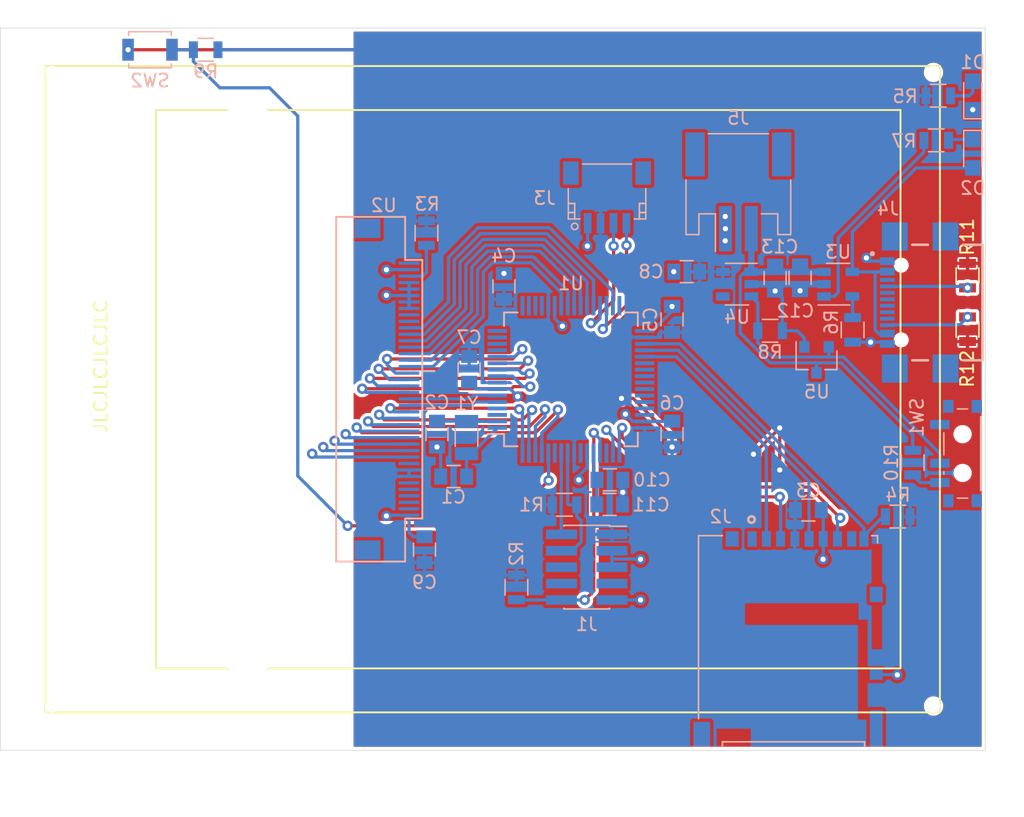
<source format=kicad_pcb>
(kicad_pcb (version 20171130) (host pcbnew "(5.1.5)-3")
  (layers (0 F.Cu signal) (31 B.Cu signal) (34 B.Paste user) (35 F.Paste user) (36 B.SilkS user) (37 F.SilkS user) (38 B.Mask user) (39 F.Mask user) (44 Edge.Cuts user))
  (net 0 "")
  (net 1 "Net-(C1-Pad1)")
  (net 2 GND)
  (net 3 "Net-(C2-Pad1)")
  (net 4 3.3V)
  (net 5 SWDIO)
  (net 6 SWCLK)
  (net 7 "Net-(J1-Pad6)")
  (net 8 "Net-(J1-Pad7)")
  (net 9 "Net-(J1-Pad8)")
  (net 10 RESET)
  (net 11 "Net-(R3-Pad1)")
  (net 12 "Net-(U1-Pad3)")
  (net 13 "Net-(U1-Pad4)")
  (net 14 D4)
  (net 15 D5)
  (net 16 D6)
  (net 17 D7)
  (net 18 D8)
  (net 19 D9)
  (net 20 "Net-(U1-Pad13)")
  (net 21 "Net-(U1-Pad14)")
  (net 22 "Net-(U1-Pad15)")
  (net 23 "Net-(U1-Pad16)")
  (net 24 "Net-(U1-Pad17)")
  (net 25 "Net-(U1-Pad18)")
  (net 26 "Net-(U1-Pad19)")
  (net 27 "Net-(U1-Pad20)")
  (net 28 D10)
  (net 29 D11)
  (net 30 D12)
  (net 31 D13)
  (net 32 D14)
  (net 33 D15)
  (net 34 "Net-(U1-Pad32)")
  (net 35 "Net-(U1-Pad38)")
  (net 36 "Net-(U1-Pad39)")
  (net 37 "Net-(U1-Pad40)")
  (net 38 "Net-(U1-Pad41)")
  (net 39 "Net-(U1-Pad42)")
  (net 40 "Net-(U1-Pad43)")
  (net 41 "Net-(U1-Pad44)")
  (net 42 "Net-(U1-Pad45)")
  (net 43 "Net-(U1-Pad46)")
  (net 44 "Net-(U1-Pad51)")
  (net 45 "Net-(U1-Pad55)")
  (net 46 "Net-(U1-Pad59)")
  (net 47 D0)
  (net 48 D1)
  (net 49 D2)
  (net 50 D3)
  (net 51 LCD_CS)
  (net 52 LCD_DC)
  (net 53 LCD_WR)
  (net 54 LCD_RD)
  (net 55 LCD_RST)
  (net 56 "Net-(J2-Pad8)")
  (net 57 SD_MISO)
  (net 58 SD_SCLK)
  (net 59 SD_MOSI)
  (net 60 SD_CS)
  (net 61 "Net-(J2-Pad1)")
  (net 62 SDA)
  (net 63 SCL)
  (net 64 SD_SW)
  (net 65 "Net-(J4-PadA7)")
  (net 66 "Net-(J4-PadA6)")
  (net 67 "Net-(J4-PadB6)")
  (net 68 "Net-(J4-PadB7)")
  (net 69 "Net-(J4-PadA8)")
  (net 70 "Net-(J4-PadA5)")
  (net 71 "Net-(J4-PadB5)")
  (net 72 "Net-(J4-PadB8)")
  (net 73 VBUS)
  (net 74 "Net-(J4-PadS4)")
  (net 75 "Net-(J4-PadS3)")
  (net 76 "Net-(J4-PadS2)")
  (net 77 "Net-(J4-PadS1)")
  (net 78 VCORE)
  (net 79 VBAT)
  (net 80 "Net-(D1-Pad2)")
  (net 81 "Net-(D2-Pad1)")
  (net 82 "Net-(R6-Pad1)")
  (net 83 EN)
  (net 84 "Net-(U4-Pad4)")
  (net 85 "Net-(R7-Pad2)")
  (net 86 "Net-(SW1-Pad1)")
  (net 87 SAVE)
  (net 88 "Net-(R10-Pad2)")
  (module Resistors_SMD:R_0805 (layer F.Cu) (at 90.0684 38.541601 90)
    (fp_text reference R12 (at -3.063599 -0.0254 270) (layer F.SilkS))
    (fp_text value 5.1k)
    (pad 1 smd rect (at -0.95 0 90) (size 0.7 1.3) (layers F.Cu F.Paste F.Mask) (net 2 GND))
    (pad 2 smd rect (at 0.95 0 90) (size 0.7 1.3) (layers F.Cu F.Paste F.Mask) (net 71 "Net-(J4-PadB5)"))
  )
  (module Resistors_SMD:R_0805 (layer F.Cu) (at 90.0684 34.391599 90)
    (fp_text reference R11 (at 2.997199 -0.0254 270) (layer F.SilkS))
    (fp_text value 5.1k)
    (pad 1 smd rect (at -0.95 0 90) (size 0.7 1.3) (layers F.Cu F.Paste F.Mask) (net 70 "Net-(J4-PadA5)"))
    (pad 2 smd rect (at 0.95 0 90) (size 0.7 1.3) (layers F.Cu F.Paste F.Mask) (net 2 GND))
  )
  (module TO_SOT_Packages_SMD:SOT-23 (layer B.Cu) (at 78.3844 40.91 270)
    (fp_text reference U5 (at 2.4732 -0.0254 180) (layer B.SilkS) (effects (justify mirror)))
    (fp_text value BD49K34G)
    (pad 1 smd rect (at -1 0.95 270) (size 0.9 0.8) (layers B.Cu B.Paste B.Mask) (net 2 GND))
    (pad 2 smd rect (at -1 -0.95 270) (size 0.9 0.8) (layers B.Cu B.Paste B.Mask) (net 83 EN))
    (pad 3 smd rect (at 1 0 270) (size 0.9 0.8) (layers B.Cu B.Paste B.Mask) (net 79 VBAT))
  )
  (module Resistors_SMD:R_0805 (layer B.Cu) (at 85.8266 48.859401 270)
    (fp_text reference R10 (at 0 1.65 90) (layer B.SilkS) (effects (justify mirror)))
    (fp_text value 10k)
    (pad 1 smd rect (at -0.95 0 270) (size 0.7 1.3) (layers B.Cu B.Paste B.Mask) (net 79 VBAT))
    (pad 2 smd rect (at 0.95 0 270) (size 0.7 1.3) (layers B.Cu B.Paste B.Mask) (net 88 "Net-(R10-Pad2)"))
  )
  (module Buttons_Switches_SMD:SW_SPDT_PCM12 (layer B.Cu) (at 89.3572 48.1584 270)
    (fp_text reference SW1 (at -2.794 3.2 270) (layer B.SilkS) (effects (justify mirror)))
    (fp_text value SW_SPDT)
    (pad "" np_thru_hole circle (at -1.5 -0.33 270) (size 0.9 0.9) (drill 0.9) (layers *.Cu *.Mask))
    (pad "" np_thru_hole circle (at 1.5 -0.33 270) (size 0.9 0.9) (drill 0.9) (layers *.Cu *.Mask))
    (pad 1 smd rect (at -2.25 1.43 270) (size 0.7 1.5) (layers B.Cu B.Paste B.Mask) (net 86 "Net-(SW1-Pad1)"))
    (pad 2 smd rect (at 0.75 1.43 270) (size 0.7 1.5) (layers B.Cu B.Paste B.Mask) (net 83 EN))
    (pad 3 smd rect (at 2.25 1.43 270) (size 0.7 1.5) (layers B.Cu B.Paste B.Mask) (net 88 "Net-(R10-Pad2)"))
    (pad "" smd rect (at -3.65 -1.43 270) (size 1 0.8) (layers B.Cu B.Paste B.Mask))
    (pad "" smd rect (at 3.65 -1.43 270) (size 1 0.8) (layers B.Cu B.Paste B.Mask))
    (pad "" smd rect (at 3.65 0.78 270) (size 1 0.8) (layers B.Cu B.Paste B.Mask))
    (pad "" smd rect (at -3.65 0.78 270) (size 1 0.8) (layers B.Cu B.Paste B.Mask))
  )
  (module Buttons_Switches_SMD:SW_SPST_B3U-3000P (layer B.Cu) (at 26.8224 16.9164 180)
    (fp_text reference SW2 (at 0 -2.3876) (layer B.SilkS) (effects (justify mirror)))
    (fp_text value SW_Push)
    (pad 1 smd rect (at -1.7 0 180) (size 0.9 1.7) (layers B.Cu B.Paste B.Mask) (net 87 SAVE))
    (pad 2 smd rect (at 1.7 0 180) (size 0.9 1.7) (layers B.Cu B.Paste B.Mask) (net 2 GND))
  )
  (module Resistors_SMD:R_0805 (layer B.Cu) (at 31.1252 16.9164 180)
    (fp_text reference R9 (at 0 -1.6764 180) (layer B.SilkS) (effects (justify mirror)))
    (fp_text value 10k)
    (pad 1 smd rect (at -0.95 0 180) (size 0.7 1.3) (layers B.Cu B.Paste B.Mask) (net 4 3.3V))
    (pad 2 smd rect (at 0.95 0 180) (size 0.7 1.3) (layers B.Cu B.Paste B.Mask) (net 87 SAVE))
  )
  (module TO_SOT_Packages_SMD:SOT-23-5 (layer B.Cu) (at 72.2376 35.052 180)
    (fp_text reference U4 (at 0 -2.54) (layer B.SilkS) (effects (justify mirror)))
    (fp_text value AP2112K-3.3)
    (pad 1 smd rect (at -1.1 0.95 180) (size 1.06 0.65) (layers B.Cu B.Paste B.Mask) (net 79 VBAT))
    (pad 2 smd rect (at -1.1 0 180) (size 1.06 0.65) (layers B.Cu B.Paste B.Mask) (net 2 GND))
    (pad 3 smd rect (at -1.1 -0.95 180) (size 1.06 0.65) (layers B.Cu B.Paste B.Mask) (net 83 EN))
    (pad 4 smd rect (at 1.1 -0.95 180) (size 1.06 0.65) (layers B.Cu B.Paste B.Mask) (net 84 "Net-(U4-Pad4)"))
    (pad 5 smd rect (at 1.1 0.95 180) (size 1.06 0.65) (layers B.Cu B.Paste B.Mask) (net 4 3.3V))
  )
  (module TO_SOT_Packages_SMD:SOT-23-5 (layer B.Cu) (at 80.0608 35.052)
    (fp_text reference U3 (at 0 -2.4892) (layer B.SilkS) (effects (justify mirror)))
    (fp_text value MCP73831-2-OT)
    (pad 1 smd rect (at -1.1 0.95) (size 1.06 0.65) (layers B.Cu B.Paste B.Mask) (net 85 "Net-(R7-Pad2)"))
    (pad 2 smd rect (at -1.1 0) (size 1.06 0.65) (layers B.Cu B.Paste B.Mask) (net 2 GND))
    (pad 3 smd rect (at -1.1 -0.95) (size 1.06 0.65) (layers B.Cu B.Paste B.Mask) (net 79 VBAT))
    (pad 4 smd rect (at 1.1 -0.95) (size 1.06 0.65) (layers B.Cu B.Paste B.Mask) (net 73 VBUS))
    (pad 5 smd rect (at 1.1 0.95) (size 1.06 0.65) (layers B.Cu B.Paste B.Mask) (net 82 "Net-(R6-Pad1)"))
  )
  (module Resistors_SMD:R_0805 (layer B.Cu) (at 74.7928 38.6588)
    (fp_text reference R8 (at 0 1.65) (layer B.SilkS) (effects (justify mirror)))
    (fp_text value 20k)
    (pad 1 smd rect (at -0.95 0) (size 0.7 1.3) (layers B.Cu B.Paste B.Mask) (net 83 EN))
    (pad 2 smd rect (at 0.95 0) (size 0.7 1.3) (layers B.Cu B.Paste B.Mask) (net 2 GND))
  )
  (module Resistors_SMD:R_0805 (layer B.Cu) (at 87.6452 23.9268 180)
    (fp_text reference R7 (at 2.5044 -0.0508) (layer B.SilkS) (effects (justify mirror)))
    (fp_text value 1k)
    (pad 1 smd rect (at -0.95 0 180) (size 0.7 1.3) (layers B.Cu B.Paste B.Mask) (net 81 "Net-(D2-Pad1)"))
    (pad 2 smd rect (at 0.95 0 180) (size 0.7 1.3) (layers B.Cu B.Paste B.Mask) (net 85 "Net-(R7-Pad2)"))
  )
  (module Resistors_SMD:R_0805 (layer B.Cu) (at 81.1784 38.5928 270)
    (fp_text reference R6 (at -0.5944 1.65 90) (layer B.SilkS) (effects (justify mirror)))
    (fp_text value 10k)
    (pad 1 smd rect (at -0.95 0 270) (size 0.7 1.3) (layers B.Cu B.Paste B.Mask) (net 82 "Net-(R6-Pad1)"))
    (pad 2 smd rect (at 0.95 0 270) (size 0.7 1.3) (layers B.Cu B.Paste B.Mask) (net 2 GND))
  )
  (module Resistors_SMD:R_0805 (layer B.Cu) (at 87.7976 20.4724)
    (fp_text reference R5 (at -2.5552 0.0508) (layer B.SilkS) (effects (justify mirror)))
    (fp_text value 680)
    (pad 1 smd rect (at -0.95 0) (size 0.7 1.3) (layers B.Cu B.Paste B.Mask) (net 4 3.3V))
    (pad 2 smd rect (at 0.95 0) (size 0.7 1.3) (layers B.Cu B.Paste B.Mask) (net 80 "Net-(D1-Pad2)"))
  )
  (module Connectors_JST:JST_PH_S2B-PH-SM4-TB_02x2.00mm_Angled (layer B.Cu) (at 72.3392 27.8892)
    (fp_text reference J5 (at 0 -5.6896) (layer B.SilkS) (effects (justify mirror)))
    (fp_text value BAT)
    (pad 1 smd rect (at -1 2.875) (size 1 3.5) (layers B.Cu B.Paste B.Mask) (net 2 GND))
    (pad 2 smd rect (at 1 2.875) (size 1 3.5) (layers B.Cu B.Paste B.Mask) (net 79 VBAT))
    (pad "" smd rect (at -3.35 -2.875) (size 1.5 3.4) (layers B.Cu B.Paste B.Mask))
    (pad "" smd rect (at 3.35 -2.875) (size 1.5 3.4) (layers B.Cu B.Paste B.Mask))
  )
  (module LEDs:LED_0805 (layer B.Cu) (at 90.4748 24.9604 270)
    (fp_text reference D2 (at 2.6592 0 180) (layer B.SilkS) (effects (justify mirror)))
    (fp_text value LED)
    (pad 2 smd rect (at 1.1 0 90) (size 1.2 1.2) (layers B.Cu B.Paste B.Mask) (net 73 VBUS))
    (pad 1 smd rect (at -1.1 0 90) (size 1.2 1.2) (layers B.Cu B.Paste B.Mask) (net 81 "Net-(D2-Pad1)"))
  )
  (module LEDs:LED_0805 (layer B.Cu) (at 90.4748 20.4548 90)
    (fp_text reference D1 (at 2.5732 0 180) (layer B.SilkS) (effects (justify mirror)))
    (fp_text value LED)
    (pad 2 smd rect (at 1.1 0 270) (size 1.2 1.2) (layers B.Cu B.Paste B.Mask) (net 80 "Net-(D1-Pad2)"))
    (pad 1 smd rect (at -1.1 0 270) (size 1.2 1.2) (layers B.Cu B.Paste B.Mask) (net 2 GND))
  )
  (module Capacitors_SMD:C_0805 (layer B.Cu) (at 75.184 34.5788 90)
    (fp_text reference C13 (at 2.4224 0.3556 180) (layer B.SilkS) (effects (justify mirror)))
    (fp_text value 100n)
    (pad 1 smd rect (at -1 0 90) (size 1 1.25) (layers B.Cu B.Paste B.Mask) (net 2 GND))
    (pad 2 smd rect (at 1 0 90) (size 1 1.25) (layers B.Cu B.Paste B.Mask) (net 79 VBAT))
  )
  (module Capacitors_SMD:C_0805 (layer B.Cu) (at 77.1144 34.56 90)
    (fp_text reference C12 (at -2.556 -0.3556 180) (layer B.SilkS) (effects (justify mirror)))
    (fp_text value 10u)
    (pad 1 smd rect (at -1 0 90) (size 1 1.25) (layers B.Cu B.Paste B.Mask) (net 2 GND))
    (pad 2 smd rect (at 1 0 90) (size 1 1.25) (layers B.Cu B.Paste B.Mask) (net 79 VBAT))
  )
  (module Crystals:Crystal_SMD_3215-2pin_3.2x1.5mm (layer B.Cu) (at 51.308 46.9192 90)
    (fp_text reference Y1 (at 2.6216 0 180) (layer B.SilkS) (effects (justify mirror)))
    (fp_text value 32.768k)
    (pad 1 smd rect (at 1.25 0 90) (size 1 1.8) (layers B.Cu B.Paste B.Mask) (net 3 "Net-(C2-Pad1)"))
    (pad 2 smd rect (at -1.25 0 90) (size 1 1.8) (layers B.Cu B.Paste B.Mask) (net 1 "Net-(C1-Pad1)"))
  )
  (module Capacitors_SMD:C_0805 (layer B.Cu) (at 62.3824 52.0948 180)
    (fp_text reference C11 (at -3.2004 -0.026) (layer B.SilkS) (effects (justify mirror)))
    (fp_text value 10u)
    (pad 1 smd rect (at -1 0 180) (size 1 1.25) (layers B.Cu B.Paste B.Mask) (net 2 GND))
    (pad 2 smd rect (at 1 0 180) (size 1 1.25) (layers B.Cu B.Paste B.Mask) (net 78 VCORE))
  )
  (module Capacitors_SMD:C_0805 (layer B.Cu) (at 62.3984 50.1904 180)
    (fp_text reference C10 (at -3.2512 0) (layer B.SilkS) (effects (justify mirror)))
    (fp_text value 1u)
    (pad 1 smd rect (at -1 0 180) (size 1 1.25) (layers B.Cu B.Paste B.Mask) (net 2 GND))
    (pad 2 smd rect (at 1 0 180) (size 1 1.25) (layers B.Cu B.Paste B.Mask) (net 78 VCORE))
  )
  (module Custom:GCT_USB4110-GF-A (layer B.Cu) (at 84.9376 36.4744 270)
    (fp_text reference J4 (at -7.2644 1.016 180) (layer B.SilkS) (effects (justify mirror)))
    (fp_text value USB4110-GF-A hide)
    (pad None np_thru_hole circle (at 2.89 0 270) (size 0.65 0.65) (drill 0.65) (layers *.Cu *.Mask))
    (pad None np_thru_hole circle (at -2.89 0 270) (size 0.65 0.65) (drill 0.65) (layers *.Cu *.Mask))
    (pad S4 smd rect (at 5.11 -3.43 270) (size 2.18 2) (layers B.Cu B.Paste B.Mask) (net 74 "Net-(J4-PadS4)"))
    (pad S3 smd rect (at -5.11 -3.43 270) (size 2.18 2) (layers B.Cu B.Paste B.Mask) (net 75 "Net-(J4-PadS3)"))
    (pad S2 smd rect (at 5.11 0.5 270) (size 2.18 2) (layers B.Cu B.Paste B.Mask) (net 76 "Net-(J4-PadS2)"))
    (pad S1 smd rect (at -5.11 0.5 270) (size 2.18 2) (layers B.Cu B.Paste B.Mask) (net 77 "Net-(J4-PadS1)"))
    (pad A7 smd rect (at 0.25 1.075 270) (size 0.3 1.15) (layers B.Cu B.Paste B.Mask) (net 65 "Net-(J4-PadA7)"))
    (pad A6 smd rect (at -0.25 1.075 270) (size 0.3 1.15) (layers B.Cu B.Paste B.Mask) (net 66 "Net-(J4-PadA6)"))
    (pad B6 smd rect (at 0.75 1.075 270) (size 0.3 1.15) (layers B.Cu B.Paste B.Mask) (net 67 "Net-(J4-PadB6)"))
    (pad B7 smd rect (at -0.75 1.075 270) (size 0.3 1.15) (layers B.Cu B.Paste B.Mask) (net 68 "Net-(J4-PadB7)"))
    (pad A8 smd rect (at 1.25 1.075 270) (size 0.3 1.15) (layers B.Cu B.Paste B.Mask) (net 69 "Net-(J4-PadA8)"))
    (pad A5 smd rect (at -1.25 1.075 270) (size 0.3 1.15) (layers B.Cu B.Paste B.Mask) (net 70 "Net-(J4-PadA5)"))
    (pad B5 smd rect (at 1.75 1.075 270) (size 0.3 1.15) (layers B.Cu B.Paste B.Mask) (net 71 "Net-(J4-PadB5)"))
    (pad B8 smd rect (at -1.75 1.075 270) (size 0.3 1.15) (layers B.Cu B.Paste B.Mask) (net 72 "Net-(J4-PadB8)"))
    (pad B1/A12 smd rect (at 3.2 1.075 270) (size 0.6 1.15) (layers B.Cu B.Paste B.Mask) (net 2 GND))
    (pad B4/A9 smd rect (at 2.4 1.075 270) (size 0.6 1.15) (layers B.Cu B.Paste B.Mask) (net 73 VBUS))
    (pad A4/B9 smd rect (at -2.4 1.075 270) (size 0.6 1.15) (layers B.Cu B.Paste B.Mask) (net 73 VBUS))
    (pad A1/B12 smd rect (at -3.2 1.075 270) (size 0.6 1.15) (layers B.Cu B.Paste B.Mask) (net 2 GND))
  )
  (module Capacitors_SMD:C_0805 (layer B.Cu) (at 48.0568 55.5912 270)
    (fp_text reference C9 (at 2.524 0 180) (layer B.SilkS) (effects (justify mirror)))
    (fp_text value 100n)
    (pad 1 smd rect (at -1 0 270) (size 1 1.25) (layers B.Cu B.Paste B.Mask) (net 2 GND))
    (pad 2 smd rect (at 1 0 270) (size 1 1.25) (layers B.Cu B.Paste B.Mask) (net 4 3.3V))
  )
  (module Capacitors_SMD:C_0805 (layer B.Cu) (at 68.342 34.0868)
    (fp_text reference C8 (at -2.7592 0) (layer B.SilkS) (effects (justify mirror)))
    (fp_text value 100n)
    (pad 1 smd rect (at -1 0) (size 1 1.25) (layers B.Cu B.Paste B.Mask) (net 2 GND))
    (pad 2 smd rect (at 1 0) (size 1 1.25) (layers B.Cu B.Paste B.Mask) (net 4 3.3V))
  )
  (module Capacitors_SMD:C_0805 (layer B.Cu) (at 51.5112 41.64 90)
    (fp_text reference C7 (at 2.4732 0 180) (layer B.SilkS) (effects (justify mirror)))
    (fp_text value 100n)
    (pad 1 smd rect (at -1 0 90) (size 1 1.25) (layers B.Cu B.Paste B.Mask) (net 2 GND))
    (pad 2 smd rect (at 1 0 90) (size 1 1.25) (layers B.Cu B.Paste B.Mask) (net 4 3.3V))
  )
  (module Capacitors_SMD:C_0805 (layer B.Cu) (at 67.2084 46.6504 270)
    (fp_text reference C6 (at -2.4036 0 180) (layer B.SilkS) (effects (justify mirror)))
    (fp_text value 100n)
    (pad 1 smd rect (at -1 0 270) (size 1 1.25) (layers B.Cu B.Paste B.Mask) (net 2 GND))
    (pad 2 smd rect (at 1 0 270) (size 1 1.25) (layers B.Cu B.Paste B.Mask) (net 4 3.3V))
  )
  (module Capacitors_SMD:C_0805 (layer B.Cu) (at 67.2084 37.7792 270)
    (fp_text reference C5 (at 0.016 1.6764 90) (layer B.SilkS) (effects (justify mirror)))
    (fp_text value 100n)
    (pad 1 smd rect (at -1 0 270) (size 1 1.25) (layers B.Cu B.Paste B.Mask) (net 2 GND))
    (pad 2 smd rect (at 1 0 270) (size 1 1.25) (layers B.Cu B.Paste B.Mask) (net 4 3.3V))
  )
  (module Capacitors_SMD:C_0805 (layer B.Cu) (at 54.2036 35.2204 270)
    (fp_text reference C4 (at -2.3528 0 180) (layer B.SilkS) (effects (justify mirror)))
    (fp_text value 100n)
    (pad 1 smd rect (at -1 0 270) (size 1 1.25) (layers B.Cu B.Paste B.Mask) (net 2 GND))
    (pad 2 smd rect (at 1 0 270) (size 1 1.25) (layers B.Cu B.Paste B.Mask) (net 4 3.3V))
  )
  (module Capacitors_SMD:C_0805 (layer B.Cu) (at 77.7588 52.5272 180)
    (fp_text reference C3 (at 0 1.5) (layer B.SilkS) (effects (justify mirror)))
    (fp_text value 100n)
    (pad 1 smd rect (at -1 0 180) (size 1 1.25) (layers B.Cu B.Paste B.Mask) (net 2 GND))
    (pad 2 smd rect (at 1 0 180) (size 1 1.25) (layers B.Cu B.Paste B.Mask) (net 4 3.3V))
  )
  (module DM3AT-SF-PEJM5:HRS_DM3AT-SF-PEJM5 (layer B.Cu) (at 76.6064 54.7624 180)
    (fp_text reference J2 (at 5.6388 1.7272) (layer B.SilkS) (effects (justify mirror)))
    (fp_text value DM3AT-SF-PEJM5 hide)
    (pad P3 smd rect (at 7.1 -15.1 180) (size 1.3 1.9) (layers B.Cu B.Paste B.Mask))
    (pad P2 smd rect (at -6.4 -14.65 180) (size 1 2.8) (layers B.Cu B.Paste B.Mask))
    (pad SWA smd rect (at -6.4 -10.5 180) (size 1 0.8) (layers B.Cu B.Paste B.Mask) (net 2 GND))
    (pad P1 smd rect (at -6.4 -4.3 180) (size 1 1.2) (layers B.Cu B.Paste B.Mask))
    (pad P4 smd rect (at 4.75 0 180) (size 1 1.2) (layers B.Cu B.Paste B.Mask))
    (pad SWB smd rect (at -5.45 0 180) (size 0.7 1.2) (layers B.Cu B.Paste B.Mask) (net 64 SD_SW))
    (pad 8 smd rect (at -4.5 0 180) (size 0.7 1.2) (layers B.Cu B.Paste B.Mask) (net 56 "Net-(J2-Pad8)"))
    (pad 7 smd rect (at -3.4 0 180) (size 0.7 1.2) (layers B.Cu B.Paste B.Mask) (net 57 SD_MISO))
    (pad 6 smd rect (at -2.3 0 180) (size 0.7 1.2) (layers B.Cu B.Paste B.Mask) (net 2 GND))
    (pad 5 smd rect (at -1.2 0 180) (size 0.7 1.2) (layers B.Cu B.Paste B.Mask) (net 58 SD_SCLK))
    (pad 4 smd rect (at -0.1 0 180) (size 0.7 1.2) (layers B.Cu B.Paste B.Mask) (net 4 3.3V))
    (pad 3 smd rect (at 1 0 180) (size 0.7 1.2) (layers B.Cu B.Paste B.Mask) (net 59 SD_MOSI))
    (pad 2 smd rect (at 2.1 0 180) (size 0.7 1.2) (layers B.Cu B.Paste B.Mask) (net 60 SD_CS))
    (pad 1 smd rect (at 3.2 0 180) (size 0.7 1.2) (layers B.Cu B.Paste B.Mask) (net 61 "Net-(J2-Pad1)"))
  )
  (module Custom:NHD-2.8-240320AF-CSXP-F (layer F.Cu) (at 56.0832 43.18)
    (fp_text reference U2 (at -11.171707 -14.224 180) (layer B.SilkS) (effects (justify mirror)))
    (fp_text value NHD-2.8-240320AF-CSXP-F)
    (pad "" np_thru_hole oval (at -21.717 0 270) (size 44 6) (drill oval 44 6) (layers *.Cu *.Mask))
    (pad "" np_thru_hole circle (at -36.85 -24.51) (size 1 1) (drill 1) (layers *.Cu *.Mask))
    (pad "" np_thru_hole circle (at -36.85 24.51) (size 1 1) (drill 1) (layers *.Cu *.Mask))
    (pad "" np_thru_hole circle (at 31.3563 24.51) (size 1 1) (drill 1) (layers *.Cu *.Mask))
    (pad "" np_thru_hole circle (at 31.35 -24.51) (size 1 1) (drill 1) (layers *.Cu *.Mask))
    (pad 1 smd rect (at -9.221707 9.749181 90) (size 0.25 1.6) (layers B.Cu B.Paste B.Mask) (net 2 GND))
    (pad 2 smd rect (at -9.221707 9.249181 90) (size 0.25 1.6) (layers B.Cu B.Paste B.Mask))
    (pad 3 smd rect (at -9.221707 8.749181 90) (size 0.25 1.6) (layers B.Cu B.Paste B.Mask))
    (pad 4 smd rect (at -9.221707 8.249181 90) (size 0.25 1.6) (layers B.Cu B.Paste B.Mask))
    (pad 5 smd rect (at -9.221707 7.749181 90) (size 0.25 1.6) (layers B.Cu B.Paste B.Mask))
    (pad 6 smd rect (at -9.221707 7.249181 90) (size 0.25 1.6) (layers B.Cu B.Paste B.Mask))
    (pad 7 smd rect (at -9.221707 6.749181 90) (size 0.25 1.6) (layers B.Cu B.Paste B.Mask) (net 4 3.3V))
    (pad 8 smd rect (at -9.221707 6.249181 90) (size 0.25 1.6) (layers B.Cu B.Paste B.Mask) (net 4 3.3V))
    (pad 9 smd rect (at -9.221707 5.749181 90) (size 0.25 1.6) (layers B.Cu B.Paste B.Mask))
    (pad 10 smd rect (at -9.221707 5.249181 90) (size 0.25 1.6) (layers B.Cu B.Paste B.Mask) (net 51 LCD_CS))
    (pad 11 smd rect (at -9.221707 4.749181 90) (size 0.25 1.6) (layers B.Cu B.Paste B.Mask) (net 52 LCD_DC))
    (pad 12 smd rect (at -9.221707 4.249181 90) (size 0.25 1.6) (layers B.Cu B.Paste B.Mask) (net 53 LCD_WR))
    (pad 13 smd rect (at -9.221707 3.749181 90) (size 0.25 1.6) (layers B.Cu B.Paste B.Mask) (net 54 LCD_RD))
    (pad 14 smd rect (at -9.221707 3.249181 90) (size 0.25 1.6) (layers B.Cu B.Paste B.Mask) (net 47 D0))
    (pad 15 smd rect (at -9.221707 2.749181 90) (size 0.25 1.6) (layers B.Cu B.Paste B.Mask) (net 48 D1))
    (pad 16 smd rect (at -9.221707 2.249181 90) (size 0.25 1.6) (layers B.Cu B.Paste B.Mask) (net 49 D2))
    (pad 17 smd rect (at -9.221707 1.749181 90) (size 0.25 1.6) (layers B.Cu B.Paste B.Mask) (net 50 D3))
    (pad 18 smd rect (at -9.221707 1.249181 90) (size 0.25 1.6) (layers B.Cu B.Paste B.Mask) (net 14 D4))
    (pad 19 smd rect (at -9.221707 0.749181 90) (size 0.25 1.6) (layers B.Cu B.Paste B.Mask) (net 15 D5))
    (pad 20 smd rect (at -9.221707 0.249181 90) (size 0.25 1.6) (layers B.Cu B.Paste B.Mask) (net 16 D6))
    (pad 21 smd rect (at -9.221707 -0.250819 90) (size 0.25 1.6) (layers B.Cu B.Paste B.Mask) (net 17 D7))
    (pad 22 smd rect (at -9.221707 -0.750819 90) (size 0.25 1.6) (layers B.Cu B.Paste B.Mask) (net 18 D8))
    (pad 23 smd rect (at -9.221707 -1.250819 90) (size 0.25 1.6) (layers B.Cu B.Paste B.Mask) (net 19 D9))
    (pad 24 smd rect (at -9.221707 -1.750819 90) (size 0.25 1.6) (layers B.Cu B.Paste B.Mask) (net 28 D10))
    (pad 25 smd rect (at -9.221707 -2.250819 90) (size 0.25 1.6) (layers B.Cu B.Paste B.Mask) (net 29 D11))
    (pad 26 smd rect (at -9.221707 -2.750819 90) (size 0.25 1.6) (layers B.Cu B.Paste B.Mask) (net 30 D12))
    (pad 27 smd rect (at -9.221707 -3.250819 90) (size 0.25 1.6) (layers B.Cu B.Paste B.Mask) (net 31 D13))
    (pad 28 smd rect (at -9.221707 -3.750819 90) (size 0.25 1.6) (layers B.Cu B.Paste B.Mask) (net 32 D14))
    (pad 29 smd rect (at -9.221707 -4.250819 90) (size 0.25 1.6) (layers B.Cu B.Paste B.Mask) (net 33 D15))
    (pad 30 smd rect (at -9.221707 -4.750819 90) (size 0.25 1.6) (layers B.Cu B.Paste B.Mask) (net 55 LCD_RST))
    (pad 31 smd rect (at -9.221707 -5.250819 90) (size 0.25 1.6) (layers B.Cu B.Paste B.Mask))
    (pad 32 smd rect (at -9.221707 -5.750819 90) (size 0.25 1.6) (layers B.Cu B.Paste B.Mask))
    (pad 33 smd rect (at -9.221707 -6.250819 90) (size 0.25 1.6) (layers B.Cu B.Paste B.Mask) (net 2 GND))
    (pad 34 smd rect (at -9.221707 -6.750819 90) (size 0.25 1.6) (layers B.Cu B.Paste B.Mask) (net 2 GND))
    (pad 35 smd rect (at -9.221707 -7.250819 90) (size 0.25 1.6) (layers B.Cu B.Paste B.Mask) (net 2 GND))
    (pad 36 smd rect (at -9.221707 -7.750819 90) (size 0.25 1.6) (layers B.Cu B.Paste B.Mask) (net 2 GND))
    (pad 37 smd rect (at -9.221707 -8.250819 90) (size 0.25 1.6) (layers B.Cu B.Paste B.Mask) (net 2 GND))
    (pad 38 smd rect (at -9.221707 -8.750819 90) (size 0.25 1.6) (layers B.Cu B.Paste B.Mask) (net 11 "Net-(R3-Pad1)"))
    (pad 39 smd rect (at -9.221707 -9.250819 90) (size 0.25 1.6) (layers B.Cu B.Paste B.Mask) (net 2 GND))
    (pad 40 smd rect (at -9.221707 -9.750819 90) (size 0.25 1.6) (layers B.Cu B.Paste B.Mask))
    (pad 0 smd rect (at -12.446 12.446 90) (size 1.5 2) (layers B.Cu B.Paste B.Mask))
    (pad 0 smd rect (at -12.446 -12.446 90) (size 1.5 2) (layers B.Cu B.Paste B.Mask))
  )
  (module Resistors_SMD:R_0805 (layer B.Cu) (at 84.6684 53.0352)
    (fp_text reference R4 (at 0.0152 -1.6764) (layer B.SilkS) (effects (justify mirror)))
    (fp_text value 10k)
    (pad 1 smd rect (at -0.95 0) (size 0.7 1.3) (layers B.Cu B.Paste B.Mask) (net 64 SD_SW))
    (pad 2 smd rect (at 0.95 0) (size 0.7 1.3) (layers B.Cu B.Paste B.Mask) (net 4 3.3V))
  )
  (module Connectors_JST:JST_SH_SM04B-SRSS-TB_04x1.00mm_Angled (layer B.Cu) (at 62.1792 28.3972)
    (fp_text reference J3 (at -4.826 0) (layer B.SilkS) (effects (justify mirror)))
    (fp_text value MLX)
    (pad 1 smd rect (at -1.5 1.9375) (size 0.6 1.55) (layers B.Cu B.Paste B.Mask) (net 2 GND))
    (pad 2 smd rect (at -0.5 1.9375) (size 0.6 1.55) (layers B.Cu B.Paste B.Mask) (net 4 3.3V))
    (pad 3 smd rect (at 0.5 1.9375) (size 0.6 1.55) (layers B.Cu B.Paste B.Mask) (net 62 SDA))
    (pad 4 smd rect (at 1.5 1.9375) (size 0.6 1.55) (layers B.Cu B.Paste B.Mask) (net 63 SCL))
    (pad "" smd rect (at -2.8 -1.9375) (size 1.2 1.8) (layers B.Cu B.Paste B.Mask))
    (pad "" smd rect (at 2.8 -1.9375) (size 1.2 1.8) (layers B.Cu B.Paste B.Mask))
  )
  (module Housings_QFP:TQFP-64_10x10mm_Pitch0.5mm (layer B.Cu) (at 59.3852 42.418)
    (fp_text reference U1 (at 0 -7.4168) (layer B.SilkS) (effects (justify mirror)))
    (fp_text value SAMD51J)
    (pad 1 smd rect (at -5.7 3.75) (size 1.5 0.3) (layers B.Cu B.Paste B.Mask) (net 1 "Net-(C1-Pad1)"))
    (pad 2 smd rect (at -5.7 3.25) (size 1.5 0.3) (layers B.Cu B.Paste B.Mask) (net 3 "Net-(C2-Pad1)"))
    (pad 3 smd rect (at -5.7 2.75) (size 1.5 0.3) (layers B.Cu B.Paste B.Mask) (net 12 "Net-(U1-Pad3)"))
    (pad 4 smd rect (at -5.7 2.25) (size 1.5 0.3) (layers B.Cu B.Paste B.Mask) (net 13 "Net-(U1-Pad4)"))
    (pad 5 smd rect (at -5.7 1.75) (size 1.5 0.3) (layers B.Cu B.Paste B.Mask) (net 14 D4))
    (pad 6 smd rect (at -5.7 1.25) (size 1.5 0.3) (layers B.Cu B.Paste B.Mask) (net 15 D5))
    (pad 7 smd rect (at -5.7 0.75) (size 1.5 0.3) (layers B.Cu B.Paste B.Mask) (net 2 GND))
    (pad 8 smd rect (at -5.7 0.25) (size 1.5 0.3) (layers B.Cu B.Paste B.Mask) (net 4 3.3V))
    (pad 9 smd rect (at -5.7 -0.25) (size 1.5 0.3) (layers B.Cu B.Paste B.Mask) (net 16 D6))
    (pad 10 smd rect (at -5.7 -0.75) (size 1.5 0.3) (layers B.Cu B.Paste B.Mask) (net 17 D7))
    (pad 11 smd rect (at -5.7 -1.25) (size 1.5 0.3) (layers B.Cu B.Paste B.Mask) (net 18 D8))
    (pad 12 smd rect (at -5.7 -1.75) (size 1.5 0.3) (layers B.Cu B.Paste B.Mask) (net 19 D9))
    (pad 13 smd rect (at -5.7 -2.25) (size 1.5 0.3) (layers B.Cu B.Paste B.Mask) (net 20 "Net-(U1-Pad13)"))
    (pad 14 smd rect (at -5.7 -2.75) (size 1.5 0.3) (layers B.Cu B.Paste B.Mask) (net 21 "Net-(U1-Pad14)"))
    (pad 15 smd rect (at -5.7 -3.25) (size 1.5 0.3) (layers B.Cu B.Paste B.Mask) (net 22 "Net-(U1-Pad15)"))
    (pad 16 smd rect (at -5.7 -3.75) (size 1.5 0.3) (layers B.Cu B.Paste B.Mask) (net 23 "Net-(U1-Pad16)"))
    (pad 17 smd rect (at -3.75 -5.7 270) (size 1.5 0.3) (layers B.Cu B.Paste B.Mask) (net 24 "Net-(U1-Pad17)"))
    (pad 18 smd rect (at -3.25 -5.7 270) (size 1.5 0.3) (layers B.Cu B.Paste B.Mask) (net 25 "Net-(U1-Pad18)"))
    (pad 19 smd rect (at -2.75 -5.7 270) (size 1.5 0.3) (layers B.Cu B.Paste B.Mask) (net 26 "Net-(U1-Pad19)"))
    (pad 20 smd rect (at -2.25 -5.7 270) (size 1.5 0.3) (layers B.Cu B.Paste B.Mask) (net 27 "Net-(U1-Pad20)"))
    (pad 21 smd rect (at -1.75 -5.7 270) (size 1.5 0.3) (layers B.Cu B.Paste B.Mask) (net 4 3.3V))
    (pad 22 smd rect (at -1.25 -5.7 270) (size 1.5 0.3) (layers B.Cu B.Paste B.Mask) (net 2 GND))
    (pad 23 smd rect (at -0.75 -5.7 270) (size 1.5 0.3) (layers B.Cu B.Paste B.Mask) (net 28 D10))
    (pad 24 smd rect (at -0.25 -5.7 270) (size 1.5 0.3) (layers B.Cu B.Paste B.Mask) (net 29 D11))
    (pad 25 smd rect (at 0.25 -5.7 270) (size 1.5 0.3) (layers B.Cu B.Paste B.Mask) (net 30 D12))
    (pad 26 smd rect (at 0.75 -5.7 270) (size 1.5 0.3) (layers B.Cu B.Paste B.Mask) (net 31 D13))
    (pad 27 smd rect (at 1.25 -5.7 270) (size 1.5 0.3) (layers B.Cu B.Paste B.Mask) (net 32 D14))
    (pad 28 smd rect (at 1.75 -5.7 270) (size 1.5 0.3) (layers B.Cu B.Paste B.Mask) (net 33 D15))
    (pad 29 smd rect (at 2.25 -5.7 270) (size 1.5 0.3) (layers B.Cu B.Paste B.Mask) (net 62 SDA))
    (pad 30 smd rect (at 2.75 -5.7 270) (size 1.5 0.3) (layers B.Cu B.Paste B.Mask) (net 63 SCL))
    (pad 31 smd rect (at 3.25 -5.7 270) (size 1.5 0.3) (layers B.Cu B.Paste B.Mask) (net 55 LCD_RST))
    (pad 32 smd rect (at 3.75 -5.7 270) (size 1.5 0.3) (layers B.Cu B.Paste B.Mask) (net 34 "Net-(U1-Pad32)"))
    (pad 33 smd rect (at 5.7 -3.75) (size 1.5 0.3) (layers B.Cu B.Paste B.Mask) (net 2 GND))
    (pad 34 smd rect (at 5.7 -3.25) (size 1.5 0.3) (layers B.Cu B.Paste B.Mask) (net 4 3.3V))
    (pad 35 smd rect (at 5.7 -2.75) (size 1.5 0.3) (layers B.Cu B.Paste B.Mask) (net 64 SD_SW))
    (pad 36 smd rect (at 5.7 -2.25) (size 1.5 0.3) (layers B.Cu B.Paste B.Mask) (net 58 SD_SCLK))
    (pad 37 smd rect (at 5.7 -1.75) (size 1.5 0.3) (layers B.Cu B.Paste B.Mask) (net 60 SD_CS))
    (pad 38 smd rect (at 5.7 -1.25) (size 1.5 0.3) (layers B.Cu B.Paste B.Mask) (net 35 "Net-(U1-Pad38)"))
    (pad 39 smd rect (at 5.7 -0.75) (size 1.5 0.3) (layers B.Cu B.Paste B.Mask) (net 36 "Net-(U1-Pad39)"))
    (pad 40 smd rect (at 5.7 -0.25) (size 1.5 0.3) (layers B.Cu B.Paste B.Mask) (net 37 "Net-(U1-Pad40)"))
    (pad 41 smd rect (at 5.7 0.25) (size 1.5 0.3) (layers B.Cu B.Paste B.Mask) (net 38 "Net-(U1-Pad41)"))
    (pad 42 smd rect (at 5.7 0.75) (size 1.5 0.3) (layers B.Cu B.Paste B.Mask) (net 39 "Net-(U1-Pad42)"))
    (pad 43 smd rect (at 5.7 1.25) (size 1.5 0.3) (layers B.Cu B.Paste B.Mask) (net 40 "Net-(U1-Pad43)"))
    (pad 44 smd rect (at 5.7 1.75) (size 1.5 0.3) (layers B.Cu B.Paste B.Mask) (net 41 "Net-(U1-Pad44)"))
    (pad 45 smd rect (at 5.7 2.25) (size 1.5 0.3) (layers B.Cu B.Paste B.Mask) (net 42 "Net-(U1-Pad45)"))
    (pad 46 smd rect (at 5.7 2.75) (size 1.5 0.3) (layers B.Cu B.Paste B.Mask) (net 43 "Net-(U1-Pad46)"))
    (pad 47 smd rect (at 5.7 3.25) (size 1.5 0.3) (layers B.Cu B.Paste B.Mask) (net 2 GND))
    (pad 48 smd rect (at 5.7 3.75) (size 1.5 0.3) (layers B.Cu B.Paste B.Mask) (net 4 3.3V))
    (pad 49 smd rect (at 3.75 5.7 270) (size 1.5 0.3) (layers B.Cu B.Paste B.Mask) (net 57 SD_MISO))
    (pad 50 smd rect (at 3.25 5.7 270) (size 1.5 0.3) (layers B.Cu B.Paste B.Mask) (net 59 SD_MOSI))
    (pad 51 smd rect (at 2.75 5.7 270) (size 1.5 0.3) (layers B.Cu B.Paste B.Mask) (net 44 "Net-(U1-Pad51)"))
    (pad 52 smd rect (at 2.25 5.7 270) (size 1.5 0.3) (layers B.Cu B.Paste B.Mask) (net 10 RESET))
    (pad 53 smd rect (at 1.75 5.7 270) (size 1.5 0.3) (layers B.Cu B.Paste B.Mask) (net 78 VCORE))
    (pad 54 smd rect (at 1.25 5.7 270) (size 1.5 0.3) (layers B.Cu B.Paste B.Mask) (net 2 GND))
    (pad 55 smd rect (at 0.75 5.7 270) (size 1.5 0.3) (layers B.Cu B.Paste B.Mask) (net 45 "Net-(U1-Pad55)"))
    (pad 56 smd rect (at 0.25 5.7 270) (size 1.5 0.3) (layers B.Cu B.Paste B.Mask) (net 4 3.3V))
    (pad 57 smd rect (at -0.25 5.7 270) (size 1.5 0.3) (layers B.Cu B.Paste B.Mask) (net 6 SWCLK))
    (pad 58 smd rect (at -0.75 5.7 270) (size 1.5 0.3) (layers B.Cu B.Paste B.Mask) (net 5 SWDIO))
    (pad 59 smd rect (at -1.25 5.7 270) (size 1.5 0.3) (layers B.Cu B.Paste B.Mask) (net 46 "Net-(U1-Pad59)"))
    (pad 60 smd rect (at -1.75 5.7 270) (size 1.5 0.3) (layers B.Cu B.Paste B.Mask) (net 87 SAVE))
    (pad 61 smd rect (at -2.25 5.7 270) (size 1.5 0.3) (layers B.Cu B.Paste B.Mask) (net 47 D0))
    (pad 62 smd rect (at -2.75 5.7 270) (size 1.5 0.3) (layers B.Cu B.Paste B.Mask) (net 48 D1))
    (pad 63 smd rect (at -3.25 5.7 270) (size 1.5 0.3) (layers B.Cu B.Paste B.Mask) (net 49 D2))
    (pad 64 smd rect (at -3.75 5.7 270) (size 1.5 0.3) (layers B.Cu B.Paste B.Mask) (net 50 D3))
  )
  (module Resistors_SMD:R_0805 (layer B.Cu) (at 48.2092 31.1048 90)
    (fp_text reference R3 (at 2.2504 0.0508 180) (layer B.SilkS) (effects (justify mirror)))
    (fp_text value R)
    (pad 1 smd rect (at -0.95 0 90) (size 0.7 1.3) (layers B.Cu B.Paste B.Mask) (net 11 "Net-(R3-Pad1)"))
    (pad 2 smd rect (at 0.95 0 90) (size 0.7 1.3) (layers B.Cu B.Paste B.Mask) (net 4 3.3V))
  )
  (module Resistors_SMD:R_0805 (layer B.Cu) (at 55.1688 58.5064 90)
    (fp_text reference R2 (at 2.606 0 90) (layer B.SilkS) (effects (justify mirror)))
    (fp_text value 10k)
    (pad 1 smd rect (at -0.95 0 90) (size 0.7 1.3) (layers B.Cu B.Paste B.Mask) (net 10 RESET))
    (pad 2 smd rect (at 0.95 0 90) (size 0.7 1.3) (layers B.Cu B.Paste B.Mask) (net 4 3.3V))
  )
  (module Resistors_SMD:R_0805 (layer B.Cu) (at 58.8924 52.1208 180)
    (fp_text reference R1 (at 2.5552 0) (layer B.SilkS) (effects (justify mirror)))
    (fp_text value 10k)
    (pad 1 smd rect (at -0.95 0 180) (size 0.7 1.3) (layers B.Cu B.Paste B.Mask) (net 6 SWCLK))
    (pad 2 smd rect (at 0.95 0 180) (size 0.7 1.3) (layers B.Cu B.Paste B.Mask) (net 4 3.3V))
  )
  (module Pin_Headers:Pin_Header_Straight_2x05_Pitch1.27mm_SMD (layer B.Cu) (at 60.6044 56.9468 180)
    (fp_text reference J1 (at 0 -4.4196) (layer B.SilkS) (effects (justify mirror)))
    (fp_text value Conn_ARM_JTAG_SWD_10)
    (pad 1 smd rect (at -1.95 2.54 180) (size 2.4 0.74) (layers B.Cu B.Paste B.Mask) (net 4 3.3V))
    (pad 2 smd rect (at 1.95 2.54 180) (size 2.4 0.74) (layers B.Cu B.Paste B.Mask) (net 5 SWDIO))
    (pad 3 smd rect (at -1.95 1.27 180) (size 2.4 0.74) (layers B.Cu B.Paste B.Mask) (net 2 GND))
    (pad 4 smd rect (at 1.95 1.27 180) (size 2.4 0.74) (layers B.Cu B.Paste B.Mask) (net 6 SWCLK))
    (pad 5 smd rect (at -1.95 0 180) (size 2.4 0.74) (layers B.Cu B.Paste B.Mask) (net 2 GND))
    (pad 6 smd rect (at 1.95 0 180) (size 2.4 0.74) (layers B.Cu B.Paste B.Mask) (net 7 "Net-(J1-Pad6)"))
    (pad 7 smd rect (at -1.95 -1.27 180) (size 2.4 0.74) (layers B.Cu B.Paste B.Mask) (net 8 "Net-(J1-Pad7)"))
    (pad 8 smd rect (at 1.95 -1.27 180) (size 2.4 0.74) (layers B.Cu B.Paste B.Mask) (net 9 "Net-(J1-Pad8)"))
    (pad 9 smd rect (at -1.95 -2.54 180) (size 2.4 0.74) (layers B.Cu B.Paste B.Mask) (net 2 GND))
    (pad 10 smd rect (at 1.95 -2.54 180) (size 2.4 0.74) (layers B.Cu B.Paste B.Mask) (net 10 RESET))
  )
  (module Capacitors_SMD:C_0805 (layer B.Cu) (at 49.022 46.6504 270)
    (fp_text reference C2 (at -2.4544 0 180) (layer B.SilkS) (effects (justify mirror)))
    (fp_text value 8p)
    (pad 1 smd rect (at -1 0 270) (size 1 1.25) (layers B.Cu B.Paste B.Mask) (net 3 "Net-(C2-Pad1)"))
    (pad 2 smd rect (at 1 0 270) (size 1 1.25) (layers B.Cu B.Paste B.Mask) (net 2 GND))
  )
  (module Capacitors_SMD:C_0805 (layer B.Cu) (at 50.308 49.9364 180)
    (fp_text reference C1 (at 0.016 -1.5748) (layer B.SilkS) (effects (justify mirror)))
    (fp_text value 8p)
    (pad 1 smd rect (at -1 0 180) (size 1 1.25) (layers B.Cu B.Paste B.Mask) (net 1 "Net-(C1-Pad1)"))
    (pad 2 smd rect (at 1 0 180) (size 1 1.25) (layers B.Cu B.Paste B.Mask) (net 2 GND))
  )
  (gr_text JLCJLCJLCJLC (at 23.0124 41.4274 90) (layer F.SilkS) (effects (font (size 1 1))))
  (gr_line (start 15.24 71.12) (end 15.24 15.24) (layer Edge.Cuts) (width 0.05))
  (gr_line (start 91.44 71.12) (end 15.24 71.12) (layer Edge.Cuts) (width 0.05))
  (gr_line (start 91.44 15.24) (end 91.44 71.12) (layer Edge.Cuts) (width 0.05))
  (gr_line (start 15.24 15.24) (end 91.44 15.24) (layer Edge.Cuts) (width 0.05))
  (segment (start 51.308 48.1692) (end 51.308 49.9364) (width 0.25) (layer B.Cu) (net 1))
  (segment (start 53.6852 46.192) (end 53.6852 46.168) (width 0.25) (layer B.Cu) (net 1))
  (segment (start 51.708 48.1692) (end 53.6852 46.192) (width 0.25) (layer B.Cu) (net 1))
  (segment (start 51.308 48.1692) (end 51.708 48.1692) (width 0.25) (layer B.Cu) (net 1))
  (via (at 71.3232 31.6992) (size 0.8) (drill 0.4) (layers F.Cu B.Cu) (net 2))
  (via (at 71.3232 29.8196) (size 0.8) (drill 0.4) (layers F.Cu B.Cu) (net 2))
  (via (at 78.8924 56.3372) (size 0.8) (drill 0.4) (layers F.Cu B.Cu) (net 2))
  (segment (start 78.9064 54.7624) (end 78.9064 56.3232) (width 0.25) (layer B.Cu) (net 2))
  (segment (start 78.9064 56.3232) (end 78.8924 56.3372) (width 0.25) (layer B.Cu) (net 2))
  (via (at 64.77 59.4868) (size 0.8) (drill 0.4) (layers F.Cu B.Cu) (net 2))
  (segment (start 62.5544 59.4868) (end 64.77 59.4868) (width 0.25) (layer B.Cu) (net 2))
  (via (at 64.77 56.3372) (size 0.8) (drill 0.4) (layers F.Cu B.Cu) (net 2))
  (segment (start 62.5544 56.3176) (end 64.7504 56.3176) (width 0.25) (layer B.Cu) (net 2))
  (segment (start 62.5544 56.3176) (end 62.5544 55.6768) (width 0.25) (layer B.Cu) (net 2))
  (segment (start 62.5544 56.9468) (end 62.5544 56.3176) (width 0.25) (layer B.Cu) (net 2))
  (via (at 63.6016 45.1104) (size 0.8) (drill 0.4) (layers F.Cu B.Cu) (net 2))
  (segment (start 65.0852 45.668) (end 64.1592 45.668) (width 0.25) (layer B.Cu) (net 2))
  (segment (start 64.1592 45.668) (end 63.6016 45.1104) (width 0.25) (layer B.Cu) (net 2))
  (via (at 58.7248 38.3032) (size 0.8) (drill 0.4) (layers F.Cu B.Cu) (net 2))
  (segment (start 58.1352 36.718) (end 58.1352 37.7136) (width 0.25) (layer B.Cu) (net 2))
  (segment (start 58.1352 37.7136) (end 58.7248 38.3032) (width 0.25) (layer B.Cu) (net 2))
  (via (at 45.1104 52.9844) (size 0.8) (drill 0.4) (layers F.Cu B.Cu) (net 2))
  (segment (start 46.861493 52.929181) (end 45.165619 52.929181) (width 0.25) (layer B.Cu) (net 2))
  (segment (start 45.165619 52.929181) (end 45.1104 52.9844) (width 0.25) (layer B.Cu) (net 2))
  (segment (start 46.861493 34.929181) (end 46.861493 36.929181) (width 0.25) (layer B.Cu) (net 2))
  (via (at 45.1104 35.9156) (size 0.8) (drill 0.4) (layers F.Cu B.Cu) (net 2))
  (segment (start 46.861493 35.929181) (end 45.123981 35.929181) (width 0.25) (layer B.Cu) (net 2))
  (segment (start 45.123981 35.929181) (end 45.1104 35.9156) (width 0.25) (layer B.Cu) (net 2))
  (via (at 45.1104 33.9344) (size 0.8) (drill 0.4) (layers F.Cu B.Cu) (net 2))
  (segment (start 46.861493 33.929181) (end 45.115619 33.929181) (width 0.25) (layer B.Cu) (net 2))
  (segment (start 45.115619 33.929181) (end 45.1104 33.9344) (width 0.25) (layer B.Cu) (net 2))
  (via (at 84.6328 65.278) (size 0.8) (drill 0.4) (layers F.Cu B.Cu) (net 2))
  (segment (start 83.0064 65.2624) (end 84.6172 65.2624) (width 0.25) (layer B.Cu) (net 2))
  (segment (start 84.6172 65.2624) (end 84.6328 65.278) (width 0.25) (layer B.Cu) (net 2))
  (via (at 60.6552 32.1056) (size 0.8) (drill 0.4) (layers F.Cu B.Cu) (net 2))
  (segment (start 60.6792 30.3347) (end 60.6792 32.0816) (width 0.25) (layer B.Cu) (net 2))
  (segment (start 60.6792 32.0816) (end 60.6552 32.1056) (width 0.25) (layer B.Cu) (net 2))
  (segment (start 78.9064 52.6748) (end 78.7588 52.5272) (width 0.25) (layer B.Cu) (net 2))
  (segment (start 78.9064 54.7624) (end 78.9064 52.6748) (width 0.25) (layer B.Cu) (net 2))
  (segment (start 46.861493 53.304181) (end 46.861493 52.929181) (width 0.25) (layer B.Cu) (net 2))
  (segment (start 46.861493 54.270893) (end 46.861493 53.304181) (width 0.25) (layer B.Cu) (net 2))
  (segment (start 47.1818 54.5912) (end 46.861493 54.270893) (width 0.25) (layer B.Cu) (net 2))
  (segment (start 48.0568 54.5912) (end 47.1818 54.5912) (width 0.25) (layer B.Cu) (net 2))
  (via (at 54.2036 34.2204) (size 0.8) (drill 0.4) (layers F.Cu B.Cu) (net 2))
  (segment (start 67.1908 45.668) (end 67.2084 45.6504) (width 0.25) (layer B.Cu) (net 2))
  (segment (start 65.0852 45.668) (end 67.1908 45.668) (width 0.25) (layer B.Cu) (net 2))
  (segment (start 52.0392 43.168) (end 51.5112 42.64) (width 0.25) (layer B.Cu) (net 2))
  (segment (start 53.6852 43.168) (end 52.0392 43.168) (width 0.25) (layer B.Cu) (net 2))
  (via (at 55.26453 43.739469) (size 0.8) (drill 0.4) (layers F.Cu B.Cu) (net 2))
  (segment (start 53.6852 43.168) (end 54.693061 43.168) (width 0.25) (layer B.Cu) (net 2))
  (segment (start 54.693061 43.168) (end 55.26453 43.739469) (width 0.25) (layer B.Cu) (net 2))
  (via (at 82.2452 33.02) (size 0.8) (drill 0.4) (layers F.Cu B.Cu) (net 2))
  (segment (start 83.8708 33.274) (end 82.5078 33.274) (width 0.25) (layer B.Cu) (net 2))
  (segment (start 82.4992 33.274) (end 82.2448 33.0196) (width 0.25) (layer B.Cu) (net 2))
  (segment (start 49.308 47.9364) (end 49.022 47.6504) (width 0.25) (layer B.Cu) (net 2))
  (segment (start 49.308 49.9364) (end 49.308 47.9364) (width 0.25) (layer B.Cu) (net 2))
  (via (at 49.022 47.6504) (size 0.8) (drill 0.4) (layers F.Cu B.Cu) (net 2))
  (via (at 59.9948 50.1904) (size 0.8) (drill 0.4) (layers F.Cu B.Cu) (net 2))
  (segment (start 59.9948 49.883998) (end 59.9948 50.1904) (width 0.25) (layer B.Cu) (net 2))
  (segment (start 60.6352 48.118) (end 60.6352 49.243598) (width 0.25) (layer B.Cu) (net 2))
  (segment (start 60.6352 49.243598) (end 59.9948 49.883998) (width 0.25) (layer B.Cu) (net 2))
  (segment (start 63.3984 52.0788) (end 63.3824 52.0948) (width 0.25) (layer B.Cu) (net 2))
  (via (at 63.3984 51.1556) (size 0.8) (drill 0.4) (layers F.Cu B.Cu) (net 2))
  (segment (start 63.3984 51.1556) (end 63.3984 52.0788) (width 0.25) (layer B.Cu) (net 2))
  (segment (start 63.3984 50.1904) (end 63.3984 51.1556) (width 0.25) (layer B.Cu) (net 2))
  (via (at 71.3392 30.7642) (size 0.8) (drill 0.4) (layers F.Cu B.Cu) (net 2))
  (via (at 90.4748 21.5548) (size 0.8) (drill 0.4) (layers F.Cu B.Cu) (net 2))
  (segment (start 75.184 35.5788) (end 75.184 35.052) (width 0.25) (layer B.Cu) (net 2))
  (segment (start 73.3376 35.052) (end 75.184 35.052) (width 0.5) (layer B.Cu) (net 2))
  (segment (start 77.1144 35.1028) (end 77.0636 35.052) (width 0.25) (layer B.Cu) (net 2))
  (segment (start 77.1144 35.56) (end 77.1144 35.1028) (width 0.25) (layer B.Cu) (net 2))
  (segment (start 75.184 35.052) (end 77.0636 35.052) (width 0.5) (layer B.Cu) (net 2))
  (segment (start 77.0636 35.052) (end 78.9608 35.052) (width 0.5) (layer B.Cu) (net 2))
  (via (at 77.1144 35.56) (size 0.8) (drill 0.4) (layers F.Cu B.Cu) (net 2))
  (via (at 75.184 35.5788) (size 0.8) (drill 0.4) (layers F.Cu B.Cu) (net 2))
  (segment (start 83.731 39.5428) (end 83.8626 39.6744) (width 0.25) (layer B.Cu) (net 2))
  (via (at 82.5704 39.5428) (size 0.8) (drill 0.4) (layers F.Cu B.Cu) (net 2))
  (segment (start 82.5704 39.5428) (end 83.731 39.5428) (width 0.25) (layer B.Cu) (net 2))
  (segment (start 81.1784 39.5428) (end 82.5704 39.5428) (width 0.25) (layer B.Cu) (net 2))
  (segment (start 75.7428 36.1376) (end 75.184 35.5788) (width 0.25) (layer B.Cu) (net 2))
  (segment (start 75.7428 38.6588) (end 75.7428 36.1376) (width 0.25) (layer B.Cu) (net 2))
  (via (at 67.342 34.0868) (size 0.8) (drill 0.4) (layers F.Cu B.Cu) (net 2))
  (segment (start 67.2084 37.1448) (end 67.2084 36.7792) (width 0.25) (layer B.Cu) (net 2))
  (segment (start 65.6852 38.668) (end 67.2084 37.1448) (width 0.25) (layer B.Cu) (net 2))
  (segment (start 65.0852 38.668) (end 65.6852 38.668) (width 0.25) (layer B.Cu) (net 2))
  (via (at 67.2084 36.7792) (size 0.8) (drill 0.4) (layers F.Cu B.Cu) (net 2))
  (via (at 25.1224 16.9164) (size 0.8) (drill 0.4) (layers F.Cu B.Cu) (net 2))
  (segment (start 25.1224 16.9164) (end 44.233 16.9164) (width 0.25) (layer F.Cu) (net 2))
  (segment (start 76.3428 38.6588) (end 75.7428 38.6588) (width 0.25) (layer B.Cu) (net 2))
  (segment (start 76.8832 38.6588) (end 76.3428 38.6588) (width 0.25) (layer B.Cu) (net 2))
  (segment (start 77.4344 39.21) (end 76.8832 38.6588) (width 0.25) (layer B.Cu) (net 2))
  (segment (start 77.4344 39.91) (end 77.4344 39.21) (width 0.25) (layer B.Cu) (net 2))
  (segment (start 51.2892 45.6504) (end 51.308 45.6692) (width 0.25) (layer B.Cu) (net 3))
  (segment (start 49.022 45.6504) (end 51.2892 45.6504) (width 0.25) (layer B.Cu) (net 3))
  (segment (start 53.684 45.6692) (end 53.6852 45.668) (width 0.25) (layer B.Cu) (net 3))
  (segment (start 51.308 45.6692) (end 53.684 45.6692) (width 0.25) (layer B.Cu) (net 3))
  (segment (start 76.7064 52.5796) (end 76.7588 52.5272) (width 0.25) (layer B.Cu) (net 4))
  (segment (start 76.7064 54.7624) (end 76.7064 52.5796) (width 0.25) (layer B.Cu) (net 4))
  (via (at 75.5396 49.4284) (size 0.8) (drill 0.4) (layers F.Cu B.Cu) (net 4))
  (segment (start 76.7588 52.5272) (end 76.7588 50.6476) (width 0.25) (layer B.Cu) (net 4))
  (segment (start 76.7588 50.6476) (end 75.5396 49.4284) (width 0.25) (layer B.Cu) (net 4))
  (via (at 75.5396 46.1772) (size 0.8) (drill 0.4) (layers F.Cu B.Cu) (net 4))
  (segment (start 75.5396 49.4284) (end 75.5396 46.1772) (width 0.25) (layer F.Cu) (net 4))
  (via (at 73.5076 48.2092) (size 0.8) (drill 0.4) (layers F.Cu B.Cu) (net 4))
  (segment (start 75.5396 46.1772) (end 73.5076 48.2092) (width 0.25) (layer F.Cu) (net 4))
  (via (at 67.2084 47.6504) (size 0.8) (drill 0.4) (layers F.Cu B.Cu) (net 4))
  (via (at 63.2968 43.8912) (size 0.8) (drill 0.4) (layers F.Cu B.Cu) (net 4))
  (segment (start 64.1992 43.8912) (end 63.2968 43.8912) (width 0.25) (layer F.Cu) (net 4))
  (segment (start 67.2084 47.6504) (end 67.2084 46.9004) (width 0.25) (layer F.Cu) (net 4))
  (segment (start 67.2084 46.9004) (end 64.1992 43.8912) (width 0.25) (layer F.Cu) (net 4))
  (segment (start 32.0752 16.9164) (end 45.5168 16.9164) (width 0.25) (layer B.Cu) (net 4))
  (segment (start 58.6352 54.3876) (end 58.6544 54.4068) (width 0.25) (layer B.Cu) (net 5))
  (segment (start 58.6352 50.0484) (end 58.6352 54.3876) (width 0.25) (layer B.Cu) (net 5))
  (segment (start 58.6352 50.0484) (end 58.6352 48.118) (width 0.25) (layer B.Cu) (net 5))
  (segment (start 59.4844 55.6768) (end 58.6544 55.6768) (width 0.25) (layer B.Cu) (net 6))
  (segment (start 60.179401 54.981799) (end 59.4844 55.6768) (width 0.25) (layer B.Cu) (net 6))
  (segment (start 60.179401 53.357801) (end 60.179401 54.981799) (width 0.25) (layer B.Cu) (net 6))
  (segment (start 59.8424 53.0208) (end 60.179401 53.357801) (width 0.25) (layer B.Cu) (net 6))
  (segment (start 59.8424 52.1208) (end 59.8424 53.0208) (width 0.25) (layer B.Cu) (net 6))
  (segment (start 59.1352 49.118) (end 59.1352 48.118) (width 0.25) (layer B.Cu) (net 6))
  (segment (start 59.1352 52.0136) (end 59.1352 49.118) (width 0.25) (layer B.Cu) (net 6))
  (segment (start 59.8424 52.1208) (end 59.2424 52.1208) (width 0.25) (layer B.Cu) (net 6))
  (segment (start 59.2424 52.1208) (end 59.1352 52.0136) (width 0.25) (layer B.Cu) (net 6))
  (via (at 61.154981 46.558639) (size 0.8) (drill 0.4) (layers F.Cu B.Cu) (net 10))
  (segment (start 61.6352 48.118) (end 61.6352 47.038858) (width 0.25) (layer B.Cu) (net 10))
  (segment (start 61.6352 47.038858) (end 61.154981 46.558639) (width 0.25) (layer B.Cu) (net 10))
  (via (at 60.452 59.4868) (size 0.8) (drill 0.4) (layers F.Cu B.Cu) (net 10))
  (segment (start 61.154981 46.558639) (end 61.154981 58.783819) (width 0.25) (layer F.Cu) (net 10))
  (segment (start 61.154981 58.783819) (end 60.452 59.4868) (width 0.25) (layer F.Cu) (net 10))
  (segment (start 60.452 59.4868) (end 58.6544 59.4868) (width 0.25) (layer B.Cu) (net 10))
  (segment (start 55.1992 59.4868) (end 55.1688 59.4564) (width 0.25) (layer B.Cu) (net 10))
  (segment (start 58.6544 59.4868) (end 55.1992 59.4868) (width 0.25) (layer B.Cu) (net 10))
  (segment (start 48.2092 32.6548) (end 48.2092 32.0548) (width 0.25) (layer B.Cu) (net 11))
  (segment (start 48.2092 34.131474) (end 48.2092 32.6548) (width 0.25) (layer B.Cu) (net 11))
  (segment (start 47.911493 34.429181) (end 48.2092 34.131474) (width 0.25) (layer B.Cu) (net 11))
  (segment (start 46.861493 34.429181) (end 47.911493 34.429181) (width 0.25) (layer B.Cu) (net 11))
  (segment (start 47.911493 44.429181) (end 46.861493 44.429181) (width 0.25) (layer B.Cu) (net 14))
  (segment (start 51.696839 44.429181) (end 47.911493 44.429181) (width 0.25) (layer B.Cu) (net 14))
  (segment (start 51.95802 44.168) (end 51.696839 44.429181) (width 0.25) (layer B.Cu) (net 14))
  (segment (start 53.6852 44.168) (end 51.95802 44.168) (width 0.25) (layer B.Cu) (net 14))
  (segment (start 51.560429 43.929181) (end 50.685581 43.929181) (width 0.25) (layer B.Cu) (net 15))
  (segment (start 51.82161 43.668) (end 51.560429 43.929181) (width 0.25) (layer B.Cu) (net 15))
  (segment (start 53.6852 43.668) (end 51.82161 43.668) (width 0.25) (layer B.Cu) (net 15))
  (segment (start 46.861493 43.929181) (end 50.685581 43.929181) (width 0.25) (layer B.Cu) (net 15))
  (via (at 43.234101 43.140035) (size 0.8) (drill 0.4) (layers F.Cu B.Cu) (net 16))
  (segment (start 46.861493 43.429181) (end 43.523247 43.429181) (width 0.25) (layer B.Cu) (net 16))
  (segment (start 43.523247 43.429181) (end 43.234101 43.140035) (width 0.25) (layer B.Cu) (net 16))
  (via (at 56.2356 42.9768) (size 0.8) (drill 0.4) (layers F.Cu B.Cu) (net 16))
  (segment (start 43.234101 43.140035) (end 54.796163 43.140035) (width 0.25) (layer F.Cu) (net 16))
  (segment (start 54.6852 42.168) (end 53.6852 42.168) (width 0.25) (layer B.Cu) (net 16))
  (segment (start 54.861115 42.168) (end 54.6852 42.168) (width 0.25) (layer B.Cu) (net 16))
  (segment (start 55.669915 42.9768) (end 54.861115 42.168) (width 0.25) (layer B.Cu) (net 16))
  (segment (start 56.2356 42.9768) (end 55.669915 42.9768) (width 0.25) (layer B.Cu) (net 16))
  (segment (start 54.959398 42.9768) (end 54.796163 43.140035) (width 0.25) (layer F.Cu) (net 16))
  (segment (start 56.2356 42.9768) (end 54.959398 42.9768) (width 0.25) (layer F.Cu) (net 16))
  (via (at 43.836554 42.341879) (size 0.8) (drill 0.4) (layers F.Cu B.Cu) (net 17))
  (segment (start 46.861493 42.929181) (end 44.423856 42.929181) (width 0.25) (layer B.Cu) (net 17))
  (segment (start 44.423856 42.929181) (end 43.836554 42.341879) (width 0.25) (layer B.Cu) (net 17))
  (via (at 56.18576 41.969277) (size 0.8) (drill 0.4) (layers F.Cu B.Cu) (net 17))
  (segment (start 43.836554 42.341879) (end 55.813158 42.341879) (width 0.25) (layer F.Cu) (net 17))
  (segment (start 55.813158 42.341879) (end 56.18576 41.969277) (width 0.25) (layer F.Cu) (net 17))
  (segment (start 54.6852 41.668) (end 53.6852 41.668) (width 0.25) (layer B.Cu) (net 17))
  (segment (start 55.318798 41.668) (end 54.6852 41.668) (width 0.25) (layer B.Cu) (net 17))
  (segment (start 55.620075 41.969277) (end 55.318798 41.668) (width 0.25) (layer B.Cu) (net 17))
  (segment (start 56.18576 41.969277) (end 55.620075 41.969277) (width 0.25) (layer B.Cu) (net 17))
  (via (at 44.514644 41.606898) (size 0.8) (drill 0.4) (layers F.Cu B.Cu) (net 18))
  (segment (start 46.861493 42.429181) (end 45.336927 42.429181) (width 0.25) (layer B.Cu) (net 18))
  (segment (start 45.336927 42.429181) (end 44.514644 41.606898) (width 0.25) (layer B.Cu) (net 18))
  (via (at 56.073214 40.975629) (size 0.8) (drill 0.4) (layers F.Cu B.Cu) (net 18))
  (segment (start 44.514644 41.606898) (end 55.441945 41.606898) (width 0.25) (layer F.Cu) (net 18))
  (segment (start 55.441945 41.606898) (end 56.073214 40.975629) (width 0.25) (layer F.Cu) (net 18))
  (segment (start 55.880843 41.168) (end 53.6852 41.168) (width 0.25) (layer B.Cu) (net 18))
  (segment (start 56.073214 40.975629) (end 55.880843 41.168) (width 0.25) (layer B.Cu) (net 18))
  (via (at 45.1612 40.8432) (size 0.8) (drill 0.4) (layers F.Cu B.Cu) (net 19))
  (segment (start 45.1612 41.278888) (end 45.1612 40.8432) (width 0.25) (layer B.Cu) (net 19))
  (segment (start 46.861493 41.929181) (end 45.811493 41.929181) (width 0.25) (layer B.Cu) (net 19))
  (segment (start 45.811493 41.929181) (end 45.1612 41.278888) (width 0.25) (layer B.Cu) (net 19))
  (via (at 55.626 40.0812) (size 0.8) (drill 0.4) (layers F.Cu B.Cu) (net 19))
  (segment (start 45.1612 40.8432) (end 54.864 40.8432) (width 0.25) (layer F.Cu) (net 19))
  (segment (start 54.864 40.8432) (end 55.626 40.0812) (width 0.25) (layer F.Cu) (net 19))
  (segment (start 55.0392 40.668) (end 53.6852 40.668) (width 0.25) (layer B.Cu) (net 19))
  (segment (start 55.626 40.0812) (end 55.0392 40.668) (width 0.25) (layer B.Cu) (net 19))
  (segment (start 58.6352 35.718) (end 58.6352 36.718) (width 0.25) (layer B.Cu) (net 28))
  (segment (start 46.861493 41.429181) (end 48.729953 41.429181) (width 0.25) (layer B.Cu) (net 28))
  (segment (start 48.729953 41.429181) (end 52.610199 37.548935) (width 0.25) (layer B.Cu) (net 28))
  (segment (start 52.610199 37.548935) (end 52.610199 34.103799) (width 0.25) (layer B.Cu) (net 28))
  (segment (start 52.610199 34.103799) (end 53.318599 33.395399) (width 0.25) (layer B.Cu) (net 28))
  (segment (start 53.318599 33.395399) (end 56.312599 33.395399) (width 0.25) (layer B.Cu) (net 28))
  (segment (start 56.312599 33.395399) (end 58.6352 35.718) (width 0.25) (layer B.Cu) (net 28))
  (segment (start 59.160199 36.693001) (end 59.1352 36.718) (width 0.25) (layer B.Cu) (net 29))
  (segment (start 52.16019 33.917398) (end 53.132199 32.945389) (width 0.25) (layer B.Cu) (net 29))
  (segment (start 53.132199 32.945389) (end 56.499 32.94539) (width 0.25) (layer B.Cu) (net 29))
  (segment (start 56.499 32.94539) (end 59.160199 35.606589) (width 0.25) (layer B.Cu) (net 29))
  (segment (start 59.160199 35.606589) (end 59.160199 36.693001) (width 0.25) (layer B.Cu) (net 29))
  (segment (start 52.16019 37.362534) (end 52.16019 33.917398) (width 0.25) (layer B.Cu) (net 29))
  (segment (start 48.593543 40.929181) (end 52.16019 37.362534) (width 0.25) (layer B.Cu) (net 29))
  (segment (start 46.861493 40.929181) (end 48.593543 40.929181) (width 0.25) (layer B.Cu) (net 29))
  (segment (start 59.6352 35.718) (end 59.6352 36.718) (width 0.25) (layer B.Cu) (net 30))
  (segment (start 56.98098 32.49538) (end 59.6352 35.1496) (width 0.25) (layer B.Cu) (net 30))
  (segment (start 59.6352 35.1496) (end 59.6352 35.718) (width 0.25) (layer B.Cu) (net 30))
  (segment (start 52.9458 32.49538) (end 56.98098 32.49538) (width 0.25) (layer B.Cu) (net 30))
  (segment (start 51.710181 33.730997) (end 52.9458 32.49538) (width 0.25) (layer B.Cu) (net 30))
  (segment (start 51.710181 37.176133) (end 51.710181 33.730997) (width 0.25) (layer B.Cu) (net 30))
  (segment (start 48.457133 40.429181) (end 51.710181 37.176133) (width 0.25) (layer B.Cu) (net 30))
  (segment (start 46.861493 40.429181) (end 48.457133 40.429181) (width 0.25) (layer B.Cu) (net 30))
  (segment (start 60.110201 36.693001) (end 60.1352 36.718) (width 0.25) (layer B.Cu) (net 31))
  (segment (start 60.110201 34.988191) (end 60.110201 36.693001) (width 0.25) (layer B.Cu) (net 31))
  (segment (start 57.167381 32.045371) (end 60.110201 34.988191) (width 0.25) (layer B.Cu) (net 31))
  (segment (start 52.7594 32.04537) (end 57.167381 32.045371) (width 0.25) (layer B.Cu) (net 31))
  (segment (start 51.260173 33.544596) (end 52.7594 32.04537) (width 0.25) (layer B.Cu) (net 31))
  (segment (start 51.260171 36.989733) (end 51.260171 36.426571) (width 0.25) (layer B.Cu) (net 31))
  (segment (start 48.320723 39.929181) (end 51.260171 36.989733) (width 0.25) (layer B.Cu) (net 31))
  (segment (start 46.861493 39.929181) (end 48.320723 39.929181) (width 0.25) (layer B.Cu) (net 31))
  (segment (start 51.260171 36.426571) (end 51.260173 33.544596) (width 0.25) (layer B.Cu) (net 31))
  (segment (start 60.6352 35.718) (end 60.6352 36.718) (width 0.25) (layer B.Cu) (net 32))
  (segment (start 60.6352 34.87678) (end 60.6352 35.718) (width 0.25) (layer B.Cu) (net 32))
  (segment (start 46.861493 39.429181) (end 48.184313 39.429181) (width 0.25) (layer B.Cu) (net 32))
  (segment (start 48.184313 39.429181) (end 50.810163 36.803331) (width 0.25) (layer B.Cu) (net 32))
  (segment (start 50.810163 36.803331) (end 50.810164 33.358195) (width 0.25) (layer B.Cu) (net 32))
  (segment (start 50.810164 33.358195) (end 52.573001 31.595361) (width 0.25) (layer B.Cu) (net 32))
  (segment (start 52.573001 31.595361) (end 57.353782 31.595362) (width 0.25) (layer B.Cu) (net 32))
  (segment (start 57.353782 31.595362) (end 60.6352 34.87678) (width 0.25) (layer B.Cu) (net 32))
  (segment (start 61.1352 35.718) (end 61.1352 36.718) (width 0.25) (layer B.Cu) (net 33))
  (segment (start 57.540183 31.145353) (end 61.1352 34.74037) (width 0.25) (layer B.Cu) (net 33))
  (segment (start 61.1352 34.74037) (end 61.1352 35.718) (width 0.25) (layer B.Cu) (net 33))
  (segment (start 52.386602 31.145352) (end 57.540183 31.145353) (width 0.25) (layer B.Cu) (net 33))
  (segment (start 50.360156 33.171794) (end 52.386602 31.145352) (width 0.25) (layer B.Cu) (net 33))
  (segment (start 50.360154 36.61693) (end 50.360154 36.152246) (width 0.25) (layer B.Cu) (net 33))
  (segment (start 48.047903 38.929181) (end 50.360154 36.61693) (width 0.25) (layer B.Cu) (net 33))
  (segment (start 46.861493 38.929181) (end 48.047903 38.929181) (width 0.25) (layer B.Cu) (net 33))
  (segment (start 50.360154 36.152246) (end 50.360156 33.171794) (width 0.25) (layer B.Cu) (net 33))
  (via (at 42.813313 46.145394) (size 0.8) (drill 0.4) (layers F.Cu B.Cu) (net 47))
  (segment (start 46.861493 46.429181) (end 43.0971 46.429181) (width 0.25) (layer B.Cu) (net 47))
  (segment (start 43.0971 46.429181) (end 42.813313 46.145394) (width 0.25) (layer B.Cu) (net 47))
  (via (at 58.377799 44.760665) (size 0.8) (drill 0.4) (layers F.Cu B.Cu) (net 47))
  (segment (start 58.377799 44.811583) (end 58.377799 44.760665) (width 0.25) (layer F.Cu) (net 47))
  (segment (start 56.643989 46.545393) (end 58.377799 44.811583) (width 0.25) (layer F.Cu) (net 47))
  (segment (start 42.813313 46.145394) (end 43.213312 46.545393) (width 0.25) (layer F.Cu) (net 47))
  (segment (start 43.213312 46.545393) (end 56.643989 46.545393) (width 0.25) (layer F.Cu) (net 47))
  (segment (start 57.1352 47.118) (end 57.1352 48.118) (width 0.25) (layer B.Cu) (net 47))
  (segment (start 57.1352 46.568949) (end 57.1352 47.118) (width 0.25) (layer B.Cu) (net 47))
  (segment (start 58.377799 45.32635) (end 57.1352 46.568949) (width 0.25) (layer B.Cu) (net 47))
  (segment (start 58.377799 44.760665) (end 58.377799 45.32635) (width 0.25) (layer B.Cu) (net 47))
  (via (at 43.69227 45.66849) (size 0.8) (drill 0.4) (layers F.Cu B.Cu) (net 48))
  (segment (start 46.861493 45.929181) (end 43.952961 45.929181) (width 0.25) (layer B.Cu) (net 48))
  (segment (start 43.952961 45.929181) (end 43.69227 45.66849) (width 0.25) (layer B.Cu) (net 48))
  (via (at 57.378046 44.738334) (size 0.8) (drill 0.4) (layers F.Cu B.Cu) (net 48))
  (segment (start 57.378046 44.86247) (end 57.378046 44.738334) (width 0.25) (layer F.Cu) (net 48))
  (segment (start 56.172027 46.068489) (end 57.378046 44.86247) (width 0.25) (layer F.Cu) (net 48))
  (segment (start 43.69227 45.66849) (end 44.092269 46.068489) (width 0.25) (layer F.Cu) (net 48))
  (segment (start 44.092269 46.068489) (end 56.172027 46.068489) (width 0.25) (layer F.Cu) (net 48))
  (segment (start 56.6352 47.118) (end 56.6352 48.118) (width 0.25) (layer B.Cu) (net 48))
  (segment (start 56.6352 46.046865) (end 56.6352 47.118) (width 0.25) (layer B.Cu) (net 48))
  (segment (start 57.378046 45.304019) (end 56.6352 46.046865) (width 0.25) (layer B.Cu) (net 48))
  (segment (start 57.378046 44.738334) (end 57.378046 45.304019) (width 0.25) (layer B.Cu) (net 48))
  (via (at 44.546955 45.14934) (size 0.8) (drill 0.4) (layers F.Cu B.Cu) (net 49))
  (segment (start 46.861493 45.429181) (end 44.826796 45.429181) (width 0.25) (layer B.Cu) (net 49))
  (segment (start 44.826796 45.429181) (end 44.546955 45.14934) (width 0.25) (layer B.Cu) (net 49))
  (via (at 56.37929 44.788224) (size 0.8) (drill 0.4) (layers F.Cu B.Cu) (net 49))
  (segment (start 56.37929 44.807228) (end 56.37929 44.788224) (width 0.25) (layer F.Cu) (net 49))
  (segment (start 55.637179 45.549339) (end 56.37929 44.807228) (width 0.25) (layer F.Cu) (net 49))
  (segment (start 44.546955 45.14934) (end 44.946954 45.549339) (width 0.25) (layer F.Cu) (net 49))
  (segment (start 44.946954 45.549339) (end 55.637179 45.549339) (width 0.25) (layer F.Cu) (net 49))
  (segment (start 56.1352 47.118) (end 56.1352 48.118) (width 0.25) (layer B.Cu) (net 49))
  (segment (start 56.1352 45.051318) (end 56.1352 47.118) (width 0.25) (layer B.Cu) (net 49))
  (segment (start 56.37929 44.807228) (end 56.1352 45.051318) (width 0.25) (layer B.Cu) (net 49))
  (segment (start 56.37929 44.788224) (end 56.37929 44.807228) (width 0.25) (layer B.Cu) (net 49))
  (via (at 45.4152 44.6532) (size 0.8) (drill 0.4) (layers F.Cu B.Cu) (net 50))
  (segment (start 46.861493 44.929181) (end 45.691181 44.929181) (width 0.25) (layer B.Cu) (net 50))
  (segment (start 45.691181 44.929181) (end 45.4152 44.6532) (width 0.25) (layer B.Cu) (net 50))
  (segment (start 45.4152 44.6532) (end 55.372 44.6532) (width 0.25) (layer F.Cu) (net 50))
  (via (at 55.380831 44.732685) (size 0.8) (drill 0.4) (layers F.Cu B.Cu) (net 50))
  (segment (start 55.372 44.6532) (end 55.372 44.723854) (width 0.25) (layer F.Cu) (net 50))
  (segment (start 55.372 44.723854) (end 55.380831 44.732685) (width 0.25) (layer F.Cu) (net 50))
  (segment (start 55.6352 44.987054) (end 55.380831 44.732685) (width 0.25) (layer B.Cu) (net 50))
  (segment (start 55.6352 48.118) (end 55.6352 44.987054) (width 0.25) (layer B.Cu) (net 50))
  (via (at 39.366238 48.173429) (size 0.8) (drill 0.4) (layers F.Cu B.Cu) (net 51))
  (segment (start 46.861493 48.429181) (end 39.62199 48.429181) (width 0.25) (layer B.Cu) (net 51))
  (segment (start 39.62199 48.429181) (end 39.366238 48.173429) (width 0.25) (layer B.Cu) (net 51))
  (via (at 40.22098 47.654372) (size 0.8) (drill 0.4) (layers F.Cu B.Cu) (net 52))
  (segment (start 46.861493 47.929181) (end 40.495789 47.929181) (width 0.25) (layer B.Cu) (net 52))
  (segment (start 40.495789 47.929181) (end 40.22098 47.654372) (width 0.25) (layer B.Cu) (net 52))
  (via (at 41.097535 47.173067) (size 0.8) (drill 0.4) (layers F.Cu B.Cu) (net 53))
  (segment (start 46.861493 47.429181) (end 41.353649 47.429181) (width 0.25) (layer B.Cu) (net 53))
  (segment (start 41.353649 47.429181) (end 41.097535 47.173067) (width 0.25) (layer B.Cu) (net 53))
  (via (at 41.954548 46.657767) (size 0.8) (drill 0.4) (layers F.Cu B.Cu) (net 54))
  (segment (start 46.861493 46.929181) (end 42.225962 46.929181) (width 0.25) (layer B.Cu) (net 54))
  (segment (start 42.225962 46.929181) (end 41.954548 46.657767) (width 0.25) (layer B.Cu) (net 54))
  (segment (start 62.6352 35.718) (end 62.6352 36.718) (width 0.25) (layer B.Cu) (net 55))
  (segment (start 62.6352 35.60396) (end 62.6352 35.718) (width 0.25) (layer B.Cu) (net 55))
  (segment (start 57.726584 30.695344) (end 62.6352 35.60396) (width 0.25) (layer B.Cu) (net 55))
  (segment (start 52.200203 30.695343) (end 57.726584 30.695344) (width 0.25) (layer B.Cu) (net 55))
  (segment (start 49.910148 32.985393) (end 52.200203 30.695343) (width 0.25) (layer B.Cu) (net 55))
  (segment (start 49.910145 36.430529) (end 49.910145 35.990945) (width 0.25) (layer B.Cu) (net 55))
  (segment (start 47.911493 38.429181) (end 49.910145 36.430529) (width 0.25) (layer B.Cu) (net 55))
  (segment (start 46.861493 38.429181) (end 47.911493 38.429181) (width 0.25) (layer B.Cu) (net 55))
  (segment (start 49.910145 35.990945) (end 49.910148 32.985393) (width 0.25) (layer B.Cu) (net 55))
  (via (at 63.3476 46.1772) (size 0.8) (drill 0.4) (layers F.Cu B.Cu) (net 57))
  (segment (start 63.1352 46.3896) (end 63.3476 46.1772) (width 0.25) (layer B.Cu) (net 57))
  (segment (start 63.1352 48.118) (end 63.1352 46.3896) (width 0.25) (layer B.Cu) (net 57))
  (via (at 80.2132 53.1368) (size 0.8) (drill 0.4) (layers F.Cu B.Cu) (net 57))
  (segment (start 80.0064 54.7624) (end 80.0064 53.3436) (width 0.25) (layer B.Cu) (net 57))
  (segment (start 80.0064 53.3436) (end 80.2132 53.1368) (width 0.25) (layer B.Cu) (net 57))
  (segment (start 77.8256 50.7492) (end 80.2132 53.1368) (width 0.25) (layer F.Cu) (net 57))
  (segment (start 67.18441 50.7492) (end 77.8256 50.7492) (width 0.25) (layer F.Cu) (net 57))
  (segment (start 63.3476 46.1772) (end 63.3476 46.91239) (width 0.25) (layer F.Cu) (net 57))
  (segment (start 63.3476 46.91239) (end 67.18441 50.7492) (width 0.25) (layer F.Cu) (net 57))
  (segment (start 65.110199 40.192999) (end 65.0852 40.168) (width 0.25) (layer B.Cu) (net 58))
  (segment (start 77.8064 54.7624) (end 77.8064 50.29881) (width 0.25) (layer B.Cu) (net 58))
  (segment (start 67.67559 40.168) (end 65.0852 40.168) (width 0.25) (layer B.Cu) (net 58))
  (segment (start 77.8064 50.29881) (end 67.67559 40.168) (width 0.25) (layer B.Cu) (net 58))
  (via (at 75.5396 51.5112) (size 0.8) (drill 0.4) (layers F.Cu B.Cu) (net 59))
  (segment (start 75.6064 54.7624) (end 75.6064 51.578) (width 0.25) (layer B.Cu) (net 59))
  (segment (start 75.6064 51.578) (end 75.5396 51.5112) (width 0.25) (layer B.Cu) (net 59))
  (via (at 62.1284 46.3296) (size 0.8) (drill 0.4) (layers F.Cu B.Cu) (net 59))
  (segment (start 75.5396 51.5112) (end 67.31 51.5112) (width 0.25) (layer F.Cu) (net 59))
  (segment (start 67.31 51.5112) (end 62.1284 46.3296) (width 0.25) (layer F.Cu) (net 59))
  (segment (start 62.6352 46.8364) (end 62.6352 48.118) (width 0.25) (layer B.Cu) (net 59))
  (segment (start 62.1284 46.3296) (end 62.6352 46.8364) (width 0.25) (layer B.Cu) (net 59))
  (segment (start 74.5064 54.7624) (end 74.5064 47.63522) (width 0.25) (layer B.Cu) (net 60))
  (segment (start 67.53918 40.668) (end 65.0852 40.668) (width 0.25) (layer B.Cu) (net 60))
  (segment (start 74.5064 47.63522) (end 67.53918 40.668) (width 0.25) (layer B.Cu) (net 60))
  (via (at 62.6872 32.1056) (size 0.8) (drill 0.4) (layers F.Cu B.Cu) (net 62))
  (segment (start 62.6792 30.3347) (end 62.6792 32.0976) (width 0.25) (layer B.Cu) (net 62))
  (segment (start 62.6792 32.0976) (end 62.6872 32.1056) (width 0.25) (layer B.Cu) (net 62))
  (segment (start 62.6872 36.264315) (end 62.6872 36.2204) (width 0.25) (layer F.Cu) (net 62))
  (via (at 60.933942 38.065808) (size 0.8) (drill 0.4) (layers F.Cu B.Cu) (net 62))
  (segment (start 61.287392 38.065808) (end 60.933942 38.065808) (width 0.25) (layer B.Cu) (net 62))
  (segment (start 61.6352 36.718) (end 61.6352 37.718) (width 0.25) (layer B.Cu) (net 62))
  (segment (start 61.6352 37.718) (end 61.287392 38.065808) (width 0.25) (layer B.Cu) (net 62))
  (segment (start 62.6872 36.31255) (end 60.933942 38.065808) (width 0.25) (layer F.Cu) (net 62))
  (segment (start 62.6872 35.3568) (end 62.6872 36.31255) (width 0.25) (layer F.Cu) (net 62))
  (segment (start 62.6872 35.3568) (end 62.6872 36.2204) (width 0.25) (layer F.Cu) (net 62))
  (segment (start 62.6872 32.1056) (end 62.6872 35.3568) (width 0.25) (layer F.Cu) (net 62))
  (via (at 63.68582 32.053042) (size 0.8) (drill 0.4) (layers F.Cu B.Cu) (net 63))
  (segment (start 63.6792 30.3347) (end 63.6792 32.046422) (width 0.25) (layer B.Cu) (net 63))
  (segment (start 63.6792 32.046422) (end 63.68582 32.053042) (width 0.25) (layer B.Cu) (net 63))
  (via (at 61.85711 38.521395) (size 0.8) (drill 0.4) (layers F.Cu B.Cu) (net 63))
  (segment (start 62.1352 36.718) (end 62.1352 38.243305) (width 0.25) (layer B.Cu) (net 63))
  (segment (start 62.1352 38.243305) (end 61.85711 38.521395) (width 0.25) (layer B.Cu) (net 63))
  (segment (start 63.68582 36.692685) (end 61.85711 38.521395) (width 0.25) (layer F.Cu) (net 63))
  (segment (start 63.68582 35.69502) (end 63.68582 36.692685) (width 0.25) (layer F.Cu) (net 63))
  (segment (start 63.68582 35.69502) (end 63.68582 35.902105) (width 0.25) (layer F.Cu) (net 63))
  (segment (start 63.68582 32.053042) (end 63.68582 35.69502) (width 0.25) (layer F.Cu) (net 63))
  (segment (start 83.5336 53.0352) (end 83.7184 53.0352) (width 0.25) (layer B.Cu) (net 64))
  (segment (start 82.0564 54.5124) (end 83.5336 53.0352) (width 0.25) (layer B.Cu) (net 64))
  (segment (start 82.0564 54.7624) (end 82.0564 54.5124) (width 0.25) (layer B.Cu) (net 64))
  (segment (start 66.0852 39.668) (end 65.0852 39.668) (width 0.25) (layer B.Cu) (net 64))
  (segment (start 67.812 39.668) (end 66.0852 39.668) (width 0.25) (layer B.Cu) (net 64))
  (segment (start 82.0564 53.9124) (end 67.812 39.668) (width 0.25) (layer B.Cu) (net 64))
  (segment (start 82.0564 54.7624) (end 82.0564 53.9124) (width 0.25) (layer B.Cu) (net 64))
  (via (at 90.0684 35.3314) (size 0.8) (drill 0.4) (layers F.Cu B.Cu) (net 70))
  (segment (start 90.0684 35.341599) (end 90.0684 35.3314) (width 0.25) (layer F.Cu) (net 70))
  (segment (start 89.9614 35.2244) (end 90.0684 35.3314) (width 0.25) (layer B.Cu) (net 70))
  (segment (start 83.8626 35.2244) (end 89.9614 35.2244) (width 0.25) (layer B.Cu) (net 70))
  (via (at 90.0684 37.592) (size 0.8) (drill 0.4) (layers F.Cu B.Cu) (net 71))
  (segment (start 90.0684 37.591601) (end 90.0684 37.592) (width 0.25) (layer F.Cu) (net 71))
  (segment (start 89.668401 37.991999) (end 90.0684 37.592) (width 0.25) (layer B.Cu) (net 71))
  (segment (start 89.460999 38.199401) (end 89.668401 37.991999) (width 0.25) (layer B.Cu) (net 71))
  (segment (start 84.203199 38.199401) (end 89.460999 38.199401) (width 0.25) (layer B.Cu) (net 71))
  (segment (start 84.1782 38.2244) (end 84.203199 38.199401) (width 0.25) (layer B.Cu) (net 71))
  (segment (start 83.8626 38.2244) (end 84.1782 38.2244) (width 0.25) (layer B.Cu) (net 71))
  (segment (start 83.835 34.102) (end 83.8626 34.0744) (width 0.25) (layer B.Cu) (net 73))
  (segment (start 82.9208 38.592602) (end 82.9208 34.102) (width 0.25) (layer B.Cu) (net 73))
  (segment (start 83.202598 38.8744) (end 82.9208 38.592602) (width 0.25) (layer B.Cu) (net 73))
  (segment (start 83.8626 38.8744) (end 83.202598 38.8744) (width 0.25) (layer B.Cu) (net 73))
  (segment (start 81.1608 34.102) (end 82.9208 34.102) (width 0.25) (layer B.Cu) (net 73))
  (segment (start 82.9208 34.102) (end 83.835 34.102) (width 0.25) (layer B.Cu) (net 73))
  (segment (start 86.09801 26.0604) (end 90.4748 26.0604) (width 0.25) (layer B.Cu) (net 73))
  (segment (start 81.1608 34.102) (end 81.1608 30.99761) (width 0.25) (layer B.Cu) (net 73))
  (segment (start 81.1608 30.99761) (end 86.09801 26.0604) (width 0.25) (layer B.Cu) (net 73))
  (segment (start 61.3824 50.2064) (end 61.3984 50.1904) (width 0.25) (layer B.Cu) (net 78))
  (segment (start 61.3824 52.0948) (end 61.3824 50.2064) (width 0.25) (layer B.Cu) (net 78))
  (segment (start 61.1352 49.9272) (end 61.3984 50.1904) (width 0.25) (layer B.Cu) (net 78))
  (segment (start 61.1352 48.118) (end 61.1352 49.9272) (width 0.25) (layer B.Cu) (net 78))
  (segment (start 73.3392 34.1004) (end 73.3376 34.102) (width 0.25) (layer B.Cu) (net 79))
  (segment (start 73.3392 30.7642) (end 73.3392 34.1004) (width 0.5) (layer B.Cu) (net 79))
  (segment (start 75.184 34.0868) (end 75.1688 34.102) (width 0.25) (layer B.Cu) (net 79))
  (segment (start 75.184 33.5788) (end 75.184 34.0868) (width 0.25) (layer B.Cu) (net 79))
  (segment (start 73.3376 34.102) (end 75.1688 34.102) (width 0.5) (layer B.Cu) (net 79))
  (segment (start 77.1144 34.0156) (end 77.028 34.102) (width 0.25) (layer B.Cu) (net 79))
  (segment (start 77.1144 33.56) (end 77.1144 34.0156) (width 0.25) (layer B.Cu) (net 79))
  (segment (start 75.1688 34.102) (end 77.028 34.102) (width 0.5) (layer B.Cu) (net 79))
  (segment (start 77.028 34.102) (end 78.9608 34.102) (width 0.5) (layer B.Cu) (net 79))
  (segment (start 72.482599 38.835009) (end 74.7884 41.14081) (width 0.25) (layer B.Cu) (net 79))
  (segment (start 73.3376 34.102) (end 72.847598 34.102) (width 0.25) (layer B.Cu) (net 79))
  (segment (start 72.482599 34.466999) (end 72.482599 38.835009) (width 0.25) (layer B.Cu) (net 79))
  (segment (start 72.847598 34.102) (end 72.482599 34.466999) (width 0.25) (layer B.Cu) (net 79))
  (segment (start 85.8266 46.68661) (end 85.8266 47.909401) (width 0.25) (layer B.Cu) (net 79))
  (segment (start 80.2808 41.14081) (end 85.8266 46.68661) (width 0.25) (layer B.Cu) (net 79))
  (segment (start 78.3844 41.20982) (end 78.3844 41.91) (width 0.25) (layer B.Cu) (net 79))
  (segment (start 78.45341 41.14081) (end 78.3844 41.20982) (width 0.25) (layer B.Cu) (net 79))
  (segment (start 78.45341 41.14081) (end 80.2808 41.14081) (width 0.25) (layer B.Cu) (net 79))
  (segment (start 74.7884 41.14081) (end 78.45341 41.14081) (width 0.25) (layer B.Cu) (net 79))
  (segment (start 90.4748 20.2048) (end 90.4748 19.3548) (width 0.25) (layer B.Cu) (net 80))
  (segment (start 90.2072 20.4724) (end 90.4748 20.2048) (width 0.25) (layer B.Cu) (net 80))
  (segment (start 88.7476 20.4724) (end 90.2072 20.4724) (width 0.25) (layer B.Cu) (net 80))
  (segment (start 88.6616 23.8604) (end 88.5952 23.9268) (width 0.25) (layer B.Cu) (net 81))
  (segment (start 90.4748 23.8604) (end 88.6616 23.8604) (width 0.25) (layer B.Cu) (net 81))
  (segment (start 81.1784 36.0196) (end 81.1608 36.002) (width 0.25) (layer B.Cu) (net 82))
  (segment (start 81.1784 37.6428) (end 81.1784 36.0196) (width 0.25) (layer B.Cu) (net 82))
  (segment (start 73.8428 36.5072) (end 73.3376 36.002) (width 0.25) (layer B.Cu) (net 83))
  (segment (start 73.8428 38.6588) (end 73.8428 36.5072) (width 0.25) (layer B.Cu) (net 83))
  (segment (start 73.8428 39.5588) (end 74.9748 40.6908) (width 0.25) (layer B.Cu) (net 83))
  (segment (start 73.8428 38.6588) (end 73.8428 39.5588) (width 0.25) (layer B.Cu) (net 83))
  (segment (start 87.9272 48.1508) (end 87.9272 48.9084) (width 0.25) (layer B.Cu) (net 83))
  (segment (start 80.4672 40.6908) (end 87.9272 48.1508) (width 0.25) (layer B.Cu) (net 83))
  (segment (start 79.3344 40.6806) (end 79.3344 39.91) (width 0.25) (layer B.Cu) (net 83))
  (segment (start 79.3242 40.6908) (end 79.3344 40.6806) (width 0.25) (layer B.Cu) (net 83))
  (segment (start 79.3242 40.6908) (end 80.4672 40.6908) (width 0.25) (layer B.Cu) (net 83))
  (segment (start 74.9748 40.6908) (end 79.3242 40.6908) (width 0.25) (layer B.Cu) (net 83))
  (segment (start 79.7408 36.002) (end 80.0608 35.682) (width 0.25) (layer B.Cu) (net 85))
  (segment (start 78.9608 36.002) (end 79.7408 36.002) (width 0.25) (layer B.Cu) (net 85))
  (segment (start 86.6952 24.8268) (end 86.6952 23.9268) (width 0.25) (layer B.Cu) (net 85))
  (segment (start 80.0608 31.4612) (end 86.6952 24.8268) (width 0.25) (layer B.Cu) (net 85))
  (segment (start 80.0608 35.682) (end 80.0608 31.4612) (width 0.25) (layer B.Cu) (net 85))
  (segment (start 28.5224 16.9164) (end 30.1752 16.9164) (width 0.25) (layer B.Cu) (net 87))
  (segment (start 30.1752 17.8164) (end 32.2216 19.8628) (width 0.25) (layer B.Cu) (net 87))
  (segment (start 30.1752 16.9164) (end 30.1752 17.8164) (width 0.25) (layer B.Cu) (net 87))
  (segment (start 32.2216 19.8628) (end 36.068 19.8628) (width 0.25) (layer B.Cu) (net 87))
  (segment (start 36.068 19.8628) (end 38.2524 22.0472) (width 0.25) (layer B.Cu) (net 87))
  (via (at 42.1132 53.7464) (size 0.8) (drill 0.4) (layers F.Cu B.Cu) (net 87))
  (segment (start 38.2524 22.0472) (end 38.2524 49.8856) (width 0.25) (layer B.Cu) (net 87))
  (segment (start 38.2524 49.8856) (end 42.1132 53.7464) (width 0.25) (layer B.Cu) (net 87))
  (via (at 57.658 50.2412) (size 0.8) (drill 0.4) (layers F.Cu B.Cu) (net 87))
  (segment (start 42.1132 53.7464) (end 54.1528 53.7464) (width 0.25) (layer F.Cu) (net 87))
  (segment (start 54.1528 53.7464) (end 57.658 50.2412) (width 0.25) (layer F.Cu) (net 87))
  (segment (start 57.658 48.1408) (end 57.6352 48.118) (width 0.25) (layer B.Cu) (net 87))
  (segment (start 57.658 50.2412) (end 57.658 48.1408) (width 0.25) (layer B.Cu) (net 87))
  (segment (start 87.9272 50.4084) (end 87.5272 50.4084) (width 0.25) (layer B.Cu) (net 88))
  (segment (start 86.425599 50.4084) (end 85.8266 49.809401) (width 0.25) (layer B.Cu) (net 88))
  (segment (start 87.9272 50.4084) (end 86.425599 50.4084) (width 0.25) (layer B.Cu) (net 88))
  (zone (net 2) (net_name GND) (layer F.Cu) (connect_pads (clearance 0.254)) (min_thickness 0.127) (fill yes (arc_segments 32) (thermal_gap 0.127) (thermal_bridge_width 0.254))
    (polygon (pts (xy 42.5704 15.24) (xy 91.44 15.24) (xy 91.44 71.12) (xy 42.5704 71.12)))
  )
  (zone (net 4) (net_name 3.3V) (layer B.Cu) (connect_pads (clearance 0.254)) (min_thickness 0.127) (fill yes (arc_segments 32) (thermal_gap 0.127) (thermal_bridge_width 0.254))
    (polygon (pts (xy 42.5704 15.24) (xy 91.44 15.24) (xy 91.44 71.12) (xy 42.5704 71.12)))
  )
  (zone (net 0) (net_name "") (layer B.Cu) (connect_pads (clearance 0.508)) (min_thickness 0.254)
    (keepout (tracks not_allowed) (vias not_allowed) (copperpour not_allowed))
    (fill (arc_segments 32) (thermal_gap 0.508) (thermal_bridge_width 0.508))
    (polygon (pts (xy 70.6628 69.4436) (xy 73.3044 69.4436) (xy 73.3044 70.866) (xy 70.6628 70.866)))
  )
  (zone (net 0) (net_name "") (layer B.Cu) (connect_pads (clearance 0.508)) (min_thickness 0.254)
    (keepout (tracks not_allowed) (vias not_allowed) (copperpour not_allowed))
    (fill (arc_segments 32) (thermal_gap 0.508) (thermal_bridge_width 0.508))
    (polygon (pts (xy 81.5848 68.7324) (xy 81.5848 61.4172) (xy 72.8472 61.4172) (xy 72.8472 59.7408) (xy 81.6356 59.7408) (xy 81.6356 61.0108) (xy 82.3468 61.0108) (xy 82.3468 68.7324)))
  )
  (zone (net 0) (net_name "") (layer B.Cu) (connect_pads (clearance 0.508)) (min_thickness 0.254)
    (keepout (tracks not_allowed) (vias not_allowed) (copperpour not_allowed))
    (fill (arc_segments 32) (thermal_gap 0.508) (thermal_bridge_width 0.508))
    (polygon (pts (xy 82.6516 63.2968) (xy 82.6516 55.1688) (xy 83.4644 55.1688) (xy 83.4644 63.2968)))
  )
  (zone (net 0) (net_name "") (layer B.Cu) (connect_pads (clearance 0.254)) (min_thickness 0.127)
    (keepout (tracks not_allowed) (vias not_allowed) (copperpour not_allowed))
    (fill (arc_segments 32) (thermal_gap 0.127) (thermal_bridge_width 0.254))
    (polygon (pts (xy 88.9 52.5272) (xy 90.424 52.5272) (xy 90.424 52.4764) (xy 88.9 52.4764)))
  )
)
</source>
